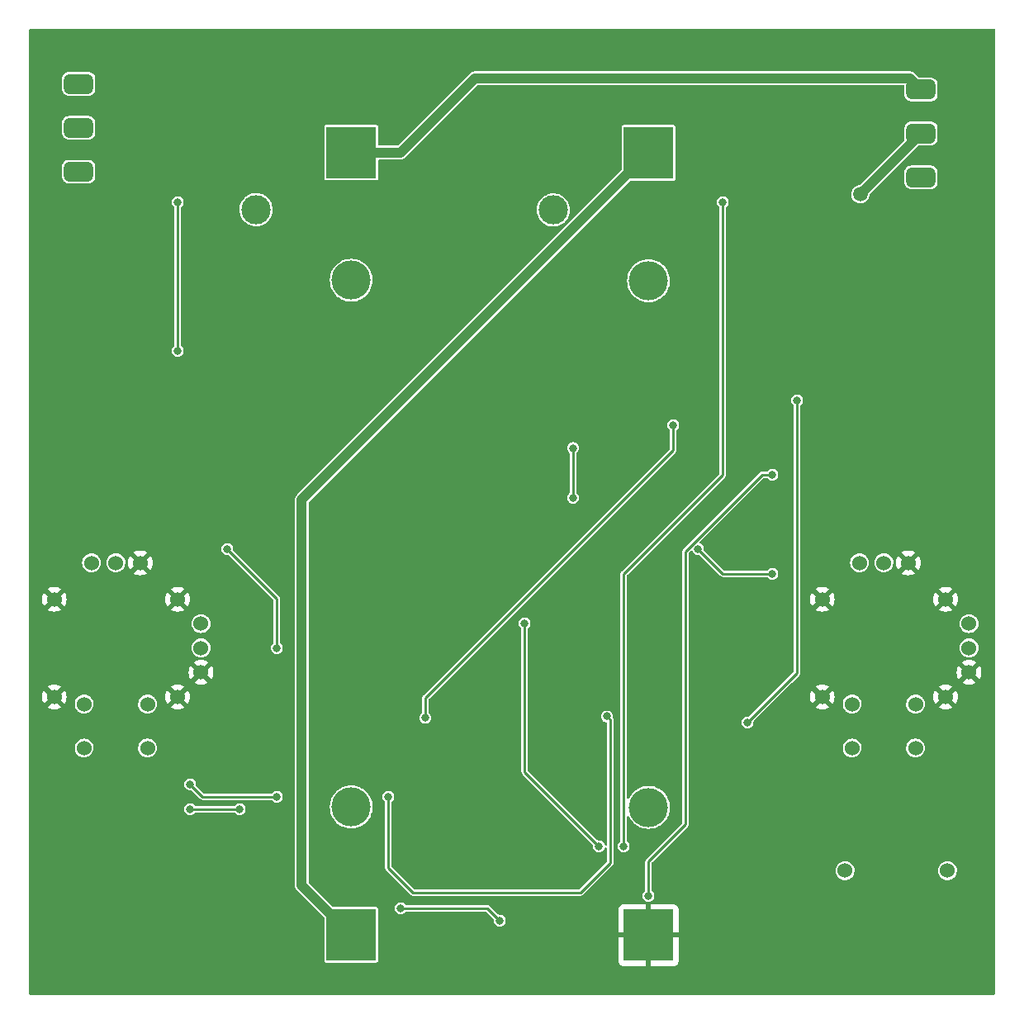
<source format=gbr>
%TF.GenerationSoftware,KiCad,Pcbnew,(6.0.2)*%
%TF.CreationDate,2022-03-25T20:37:14+00:00*%
%TF.ProjectId,controller,636f6e74-726f-46c6-9c65-722e6b696361,V1.2*%
%TF.SameCoordinates,Original*%
%TF.FileFunction,Copper,L2,Bot*%
%TF.FilePolarity,Positive*%
%FSLAX46Y46*%
G04 Gerber Fmt 4.6, Leading zero omitted, Abs format (unit mm)*
G04 Created by KiCad (PCBNEW (6.0.2)) date 2022-03-25 20:37:14*
%MOMM*%
%LPD*%
G01*
G04 APERTURE LIST*
G04 Aperture macros list*
%AMRoundRect*
0 Rectangle with rounded corners*
0 $1 Rounding radius*
0 $2 $3 $4 $5 $6 $7 $8 $9 X,Y pos of 4 corners*
0 Add a 4 corners polygon primitive as box body*
4,1,4,$2,$3,$4,$5,$6,$7,$8,$9,$2,$3,0*
0 Add four circle primitives for the rounded corners*
1,1,$1+$1,$2,$3*
1,1,$1+$1,$4,$5*
1,1,$1+$1,$6,$7*
1,1,$1+$1,$8,$9*
0 Add four rect primitives between the rounded corners*
20,1,$1+$1,$2,$3,$4,$5,0*
20,1,$1+$1,$4,$5,$6,$7,0*
20,1,$1+$1,$6,$7,$8,$9,0*
20,1,$1+$1,$8,$9,$2,$3,0*%
G04 Aperture macros list end*
%TA.AperFunction,SMDPad,CuDef*%
%ADD10R,5.120000X5.300000*%
%TD*%
%TA.AperFunction,WasherPad*%
%ADD11C,4.000000*%
%TD*%
%TA.AperFunction,WasherPad*%
%ADD12C,3.000000*%
%TD*%
%TA.AperFunction,ComponentPad*%
%ADD13RoundRect,0.500000X-1.000000X0.500000X-1.000000X-0.500000X1.000000X-0.500000X1.000000X0.500000X0*%
%TD*%
%TA.AperFunction,ComponentPad*%
%ADD14C,1.524000*%
%TD*%
%TA.AperFunction,ComponentPad*%
%ADD15RoundRect,0.500000X1.000000X-0.500000X1.000000X0.500000X-1.000000X0.500000X-1.000000X-0.500000X0*%
%TD*%
%TA.AperFunction,ViaPad*%
%ADD16C,0.800000*%
%TD*%
%TA.AperFunction,ViaPad*%
%ADD17C,1.500000*%
%TD*%
%TA.AperFunction,Conductor*%
%ADD18C,0.250000*%
%TD*%
%TA.AperFunction,Conductor*%
%ADD19C,1.000000*%
%TD*%
G04 APERTURE END LIST*
D10*
%TO.P,BT1,2*%
%TO.N,Net-(BT1-Pad2)*%
X139700000Y-143700000D03*
%TO.P,BT1,1*%
%TO.N,+BATT*%
X139700000Y-63500000D03*
D11*
%TO.P,BT1,*%
%TO.N,*%
X139700000Y-76600000D03*
X139700000Y-130600000D03*
D12*
X129950000Y-69350000D03*
%TD*%
D13*
%TO.P,PWR_SW1,1,A*%
%TO.N,+BATT*%
X198120000Y-57040000D03*
%TO.P,PWR_SW1,2,B*%
%TO.N,BAT_PWR*%
X198120000Y-61540000D03*
%TO.P,PWR_SW1,3,C*%
%TO.N,unconnected-(PWR_SW1-Pad3)*%
X198120000Y-66040000D03*
%TD*%
D14*
%TO.P,U1,EARTH*%
%TO.N,Earth*%
X109245000Y-119300000D03*
X109245000Y-109300000D03*
X121895000Y-109300000D03*
X121895000Y-119300000D03*
%TO.P,U1,SW1*%
%TO.N,unconnected-(U1-PadSW1)*%
X118820000Y-120050000D03*
X112320000Y-120050000D03*
%TO.P,U1,SW2*%
%TO.N,unconnected-(U1-PadSW2)*%
X118820000Y-124550000D03*
X112320000Y-124550000D03*
%TO.P,U1,X1*%
%TO.N,+3V3*%
X113070000Y-105570000D03*
%TO.P,U1,X2*%
%TO.N,Net-(C4-Pad2)*%
X115570000Y-105570000D03*
%TO.P,U1,X3*%
%TO.N,Earth*%
X118070000Y-105570000D03*
%TO.P,U1,Y1*%
%TO.N,+3V3*%
X124300000Y-111800000D03*
%TO.P,U1,Y2*%
%TO.N,Net-(C3-Pad2)*%
X124300000Y-114300000D03*
%TO.P,U1,Y3*%
%TO.N,Earth*%
X124300000Y-116800000D03*
%TD*%
%TO.P,BZ1,1,-*%
%TO.N,+5V*%
X200830000Y-137138466D03*
%TO.P,BZ1,2,+*%
%TO.N,Net-(BZ1-Pad2)*%
X190330000Y-137138466D03*
%TD*%
%TO.P,U2,EARTH*%
%TO.N,Earth*%
X200635000Y-119300000D03*
X200635000Y-109300000D03*
X187985000Y-119300000D03*
X187985000Y-109300000D03*
%TO.P,U2,SW1*%
%TO.N,unconnected-(U2-PadSW1)*%
X197560000Y-120050000D03*
X191060000Y-120050000D03*
%TO.P,U2,SW2*%
%TO.N,unconnected-(U2-PadSW2)*%
X197560000Y-124550000D03*
X191060000Y-124550000D03*
%TO.P,U2,X1*%
%TO.N,+3V3*%
X191810000Y-105570000D03*
%TO.P,U2,X2*%
%TO.N,Net-(C6-Pad2)*%
X194310000Y-105570000D03*
%TO.P,U2,X3*%
%TO.N,Earth*%
X196810000Y-105570000D03*
%TO.P,U2,Y1*%
%TO.N,+3V3*%
X203040000Y-111800000D03*
%TO.P,U2,Y2*%
%TO.N,Net-(C5-Pad2)*%
X203040000Y-114300000D03*
%TO.P,U2,Y3*%
%TO.N,Earth*%
X203040000Y-116800000D03*
%TD*%
D15*
%TO.P,SW1,1,A*%
%TO.N,+5V*%
X111760000Y-65460000D03*
%TO.P,SW1,2,B*%
%TO.N,Net-(R19-Pad1)*%
X111760000Y-60960000D03*
%TO.P,SW1,3,C*%
%TO.N,unconnected-(SW1-Pad3)*%
X111760000Y-56460000D03*
%TD*%
D11*
%TO.P,BT2,*%
%TO.N,*%
X170180000Y-76635000D03*
X170180000Y-130635000D03*
D12*
X160430000Y-69385000D03*
D10*
%TO.P,BT2,1*%
%TO.N,Net-(BT1-Pad2)*%
X170180000Y-63535000D03*
%TO.P,BT2,2*%
%TO.N,Earth*%
X170180000Y-143735000D03*
%TD*%
D16*
%TO.N,SW_1*%
X132080000Y-129540000D03*
%TO.N,+5V*%
X128270000Y-130810000D03*
%TO.N,LED_1*%
X154940000Y-142240000D03*
X144780000Y-140970000D03*
%TO.N,Earth*%
X109220000Y-147320000D03*
X163830000Y-80010000D03*
X109220000Y-53340000D03*
X203200000Y-147320000D03*
X203200000Y-53340000D03*
%TO.N,Btn_1*%
X182880000Y-96520000D03*
X170180000Y-139700000D03*
%TO.N,Btn_2*%
X185420000Y-88900000D03*
X180340000Y-121920000D03*
%TO.N,Btn_3*%
X147311432Y-121466444D03*
X172720000Y-91440000D03*
%TO.N,SW_1*%
X121920000Y-83820000D03*
X123190000Y-128270000D03*
X121920000Y-68580000D03*
%TO.N,NRF_CSN*%
X162440013Y-93798771D03*
X162438693Y-98904727D03*
%TO.N,+3V3*%
X182880000Y-106680000D03*
X175260000Y-104140000D03*
%TO.N,R_ROLL*%
X143510000Y-129540000D03*
X165901885Y-121312181D03*
%TO.N,L_ROLL*%
X132080000Y-114300000D03*
X127000000Y-104140000D03*
%TO.N,+5V*%
X123190000Y-130810000D03*
%TO.N,RESET*%
X167640000Y-134620000D03*
X177800000Y-68580000D03*
%TO.N,NRF_MOSI*%
X165100000Y-134620000D03*
X157480000Y-111760000D03*
D17*
%TO.N,BAT_PWR*%
X191900011Y-67759989D03*
%TD*%
D18*
%TO.N,+5V*%
X128270000Y-130810000D02*
X123190000Y-130810000D01*
%TO.N,LED_1*%
X153670000Y-140970000D02*
X154940000Y-142240000D01*
X144780000Y-140970000D02*
X153670000Y-140970000D01*
%TO.N,Btn_1*%
X173990000Y-132370220D02*
X173990000Y-104385386D01*
X170180000Y-139700000D02*
X170180000Y-136180220D01*
X173990000Y-104385386D02*
X181855386Y-96520000D01*
X181855386Y-96520000D02*
X182880000Y-96520000D01*
X170180000Y-136180220D02*
X173990000Y-132370220D01*
%TO.N,Btn_2*%
X185420000Y-91440000D02*
X185420000Y-88900000D01*
X180340000Y-121920000D02*
X185420000Y-116840000D01*
X185420000Y-116840000D02*
X185420000Y-91440000D01*
%TO.N,Btn_3*%
X172720000Y-93980000D02*
X172720000Y-91440000D01*
X147320000Y-121457876D02*
X147320000Y-119380000D01*
X147320000Y-119380000D02*
X172720000Y-93980000D01*
X147311432Y-121466444D02*
X147320000Y-121457876D01*
%TO.N,SW_1*%
X132080000Y-129540000D02*
X124460000Y-129540000D01*
X121920000Y-83820000D02*
X121920000Y-68580000D01*
X124460000Y-129540000D02*
X123190000Y-128270000D01*
%TO.N,NRF_CSN*%
X162440013Y-98903407D02*
X162440013Y-93798771D01*
X162438693Y-98904727D02*
X162440013Y-98903407D01*
%TO.N,+3V3*%
X182880000Y-106680000D02*
X177800000Y-106680000D01*
X177800000Y-106680000D02*
X175260000Y-104140000D01*
%TO.N,R_ROLL*%
X166249992Y-136357751D02*
X166249992Y-121660288D01*
X143510000Y-136861305D02*
X146011548Y-139362853D01*
X143510000Y-130102232D02*
X143510000Y-129540000D01*
X163244890Y-139362853D02*
X166249992Y-136357751D01*
X143510000Y-130102232D02*
X143510000Y-136861305D01*
X166249992Y-121660288D02*
X165901885Y-121312181D01*
X146011548Y-139362853D02*
X163244890Y-139362853D01*
%TO.N,L_ROLL*%
X132080000Y-114300000D02*
X132080000Y-109220000D01*
X132080000Y-109220000D02*
X127000000Y-104140000D01*
%TO.N,RESET*%
X177800000Y-96520000D02*
X177800000Y-68580000D01*
X167640000Y-134620000D02*
X167640000Y-106680000D01*
X167640000Y-106680000D02*
X177800000Y-96520000D01*
D19*
%TO.N,+BATT*%
X152400000Y-55880000D02*
X196960000Y-55880000D01*
X196960000Y-55880000D02*
X198120000Y-57040000D01*
X144780000Y-63500000D02*
X152400000Y-55880000D01*
X144780000Y-63500000D02*
X139700000Y-63500000D01*
D18*
%TO.N,NRF_MOSI*%
X157480000Y-111760000D02*
X157480000Y-127000000D01*
X157480000Y-127000000D02*
X165100000Y-134620000D01*
D19*
%TO.N,Net-(BT1-Pad2)*%
X134620000Y-138620000D02*
X139700000Y-143700000D01*
X134620000Y-99095000D02*
X134620000Y-138620000D01*
X170180000Y-63535000D02*
X134620000Y-99095000D01*
%TO.N,BAT_PWR*%
X198120000Y-61540000D02*
X191900011Y-67759989D01*
%TD*%
%TA.AperFunction,Conductor*%
%TO.N,Earth*%
G36*
X205672121Y-50830002D02*
G01*
X205718614Y-50883658D01*
X205730000Y-50936000D01*
X205730000Y-149724000D01*
X205709998Y-149792121D01*
X205656342Y-149838614D01*
X205604000Y-149850000D01*
X106816000Y-149850000D01*
X106747879Y-149829998D01*
X106701386Y-149776342D01*
X106690000Y-149724000D01*
X106690000Y-138656930D01*
X133915322Y-138656930D01*
X133916627Y-138664406D01*
X133916627Y-138664409D01*
X133926178Y-138719132D01*
X133927141Y-138725658D01*
X133934724Y-138788320D01*
X133937409Y-138795427D01*
X133938218Y-138798720D01*
X133942177Y-138813191D01*
X133943166Y-138816467D01*
X133944473Y-138823954D01*
X133947528Y-138830913D01*
X133947528Y-138830914D01*
X133969847Y-138881760D01*
X133972339Y-138887866D01*
X133994655Y-138946923D01*
X133998954Y-138953178D01*
X134000535Y-138956203D01*
X134007825Y-138969299D01*
X134009566Y-138972243D01*
X134012621Y-138979202D01*
X134017246Y-138985230D01*
X134017247Y-138985231D01*
X134051042Y-139029273D01*
X134054919Y-139034609D01*
X134086381Y-139080386D01*
X134086386Y-139080392D01*
X134090688Y-139086651D01*
X134096362Y-139091706D01*
X134136657Y-139127608D01*
X134141933Y-139132589D01*
X136902595Y-141893252D01*
X136936621Y-141955564D01*
X136939500Y-141982347D01*
X136939500Y-146369748D01*
X136951133Y-146428231D01*
X136995448Y-146494552D01*
X137061769Y-146538867D01*
X137073938Y-146541288D01*
X137073939Y-146541288D01*
X137114184Y-146549293D01*
X137120252Y-146550500D01*
X142279748Y-146550500D01*
X142285816Y-146549293D01*
X142326061Y-146541288D01*
X142326062Y-146541288D01*
X142338231Y-146538867D01*
X142404552Y-146494552D01*
X142447906Y-146429669D01*
X167112001Y-146429669D01*
X167112371Y-146436490D01*
X167117895Y-146487352D01*
X167121521Y-146502604D01*
X167166676Y-146623054D01*
X167175214Y-146638649D01*
X167251715Y-146740724D01*
X167264276Y-146753285D01*
X167366351Y-146829786D01*
X167381946Y-146838324D01*
X167502394Y-146883478D01*
X167517649Y-146887105D01*
X167568514Y-146892631D01*
X167575328Y-146893000D01*
X169907885Y-146893000D01*
X169923124Y-146888525D01*
X169924329Y-146887135D01*
X169926000Y-146879452D01*
X169926000Y-146874884D01*
X170434000Y-146874884D01*
X170438475Y-146890123D01*
X170439865Y-146891328D01*
X170447548Y-146892999D01*
X172784669Y-146892999D01*
X172791490Y-146892629D01*
X172842352Y-146887105D01*
X172857604Y-146883479D01*
X172978054Y-146838324D01*
X172993649Y-146829786D01*
X173095724Y-146753285D01*
X173108285Y-146740724D01*
X173184786Y-146638649D01*
X173193324Y-146623054D01*
X173238478Y-146502606D01*
X173242105Y-146487351D01*
X173247631Y-146436486D01*
X173248000Y-146429672D01*
X173248000Y-144007115D01*
X173243525Y-143991876D01*
X173242135Y-143990671D01*
X173234452Y-143989000D01*
X170452115Y-143989000D01*
X170436876Y-143993475D01*
X170435671Y-143994865D01*
X170434000Y-144002548D01*
X170434000Y-146874884D01*
X169926000Y-146874884D01*
X169926000Y-144007115D01*
X169921525Y-143991876D01*
X169920135Y-143990671D01*
X169912452Y-143989000D01*
X167130116Y-143989000D01*
X167114877Y-143993475D01*
X167113672Y-143994865D01*
X167112001Y-144002548D01*
X167112001Y-146429669D01*
X142447906Y-146429669D01*
X142448867Y-146428231D01*
X142460500Y-146369748D01*
X142460500Y-143462885D01*
X167112000Y-143462885D01*
X167116475Y-143478124D01*
X167117865Y-143479329D01*
X167125548Y-143481000D01*
X169907885Y-143481000D01*
X169923124Y-143476525D01*
X169924329Y-143475135D01*
X169926000Y-143467452D01*
X169926000Y-143462885D01*
X170434000Y-143462885D01*
X170438475Y-143478124D01*
X170439865Y-143479329D01*
X170447548Y-143481000D01*
X173229884Y-143481000D01*
X173245123Y-143476525D01*
X173246328Y-143475135D01*
X173247999Y-143467452D01*
X173247999Y-141040331D01*
X173247629Y-141033510D01*
X173242105Y-140982648D01*
X173238479Y-140967396D01*
X173193324Y-140846946D01*
X173184786Y-140831351D01*
X173108285Y-140729276D01*
X173095724Y-140716715D01*
X172993649Y-140640214D01*
X172978054Y-140631676D01*
X172857606Y-140586522D01*
X172842351Y-140582895D01*
X172791486Y-140577369D01*
X172784672Y-140577000D01*
X170452115Y-140577000D01*
X170436876Y-140581475D01*
X170435671Y-140582865D01*
X170434000Y-140590548D01*
X170434000Y-143462885D01*
X169926000Y-143462885D01*
X169926000Y-140595116D01*
X169921525Y-140579877D01*
X169920135Y-140578672D01*
X169912452Y-140577001D01*
X167575331Y-140577001D01*
X167568510Y-140577371D01*
X167517648Y-140582895D01*
X167502396Y-140586521D01*
X167381946Y-140631676D01*
X167366351Y-140640214D01*
X167264276Y-140716715D01*
X167251715Y-140729276D01*
X167175214Y-140831351D01*
X167166676Y-140846946D01*
X167121522Y-140967394D01*
X167117895Y-140982649D01*
X167112369Y-141033514D01*
X167112000Y-141040328D01*
X167112000Y-143462885D01*
X142460500Y-143462885D01*
X142460500Y-141030252D01*
X142448867Y-140971769D01*
X142447685Y-140970000D01*
X144174318Y-140970000D01*
X144194956Y-141126762D01*
X144255464Y-141272841D01*
X144351718Y-141398282D01*
X144477159Y-141494536D01*
X144623238Y-141555044D01*
X144780000Y-141575682D01*
X144788188Y-141574604D01*
X144928574Y-141556122D01*
X144936762Y-141555044D01*
X145082841Y-141494536D01*
X145208282Y-141398282D01*
X145249323Y-141344796D01*
X145306661Y-141302929D01*
X145349286Y-141295500D01*
X153482983Y-141295500D01*
X153551104Y-141315502D01*
X153572079Y-141332405D01*
X154307292Y-142067619D01*
X154341317Y-142129931D01*
X154343118Y-142173158D01*
X154334318Y-142240000D01*
X154354956Y-142396762D01*
X154415464Y-142542841D01*
X154511718Y-142668282D01*
X154637159Y-142764536D01*
X154783238Y-142825044D01*
X154940000Y-142845682D01*
X154948188Y-142844604D01*
X155088574Y-142826122D01*
X155096762Y-142825044D01*
X155242841Y-142764536D01*
X155368282Y-142668282D01*
X155464536Y-142542841D01*
X155525044Y-142396762D01*
X155545682Y-142240000D01*
X155525044Y-142083238D01*
X155464536Y-141937159D01*
X155368282Y-141811718D01*
X155242841Y-141715464D01*
X155096762Y-141654956D01*
X154940000Y-141634318D01*
X154873159Y-141643118D01*
X154803012Y-141632179D01*
X154767619Y-141607292D01*
X153914105Y-140753779D01*
X153906678Y-140745674D01*
X153882455Y-140716806D01*
X153872906Y-140711293D01*
X153849815Y-140697961D01*
X153840544Y-140692055D01*
X153818715Y-140676770D01*
X153809684Y-140670446D01*
X153799034Y-140667592D01*
X153795866Y-140666115D01*
X153792590Y-140664923D01*
X153783045Y-140659412D01*
X153749301Y-140653462D01*
X153745942Y-140652870D01*
X153735215Y-140650492D01*
X153698807Y-140640736D01*
X153687822Y-140641697D01*
X153687820Y-140641697D01*
X153661272Y-140644020D01*
X153650290Y-140644500D01*
X145349286Y-140644500D01*
X145281165Y-140624498D01*
X145249323Y-140595204D01*
X145249256Y-140595116D01*
X145208282Y-140541718D01*
X145082841Y-140445464D01*
X144936762Y-140384956D01*
X144780000Y-140364318D01*
X144623238Y-140384956D01*
X144477159Y-140445464D01*
X144351718Y-140541718D01*
X144255464Y-140667159D01*
X144194956Y-140813238D01*
X144174318Y-140970000D01*
X142447685Y-140970000D01*
X142404552Y-140905448D01*
X142338231Y-140861133D01*
X142326062Y-140858712D01*
X142326061Y-140858712D01*
X142285816Y-140850707D01*
X142279748Y-140849500D01*
X137892346Y-140849500D01*
X137824225Y-140829498D01*
X137803251Y-140812595D01*
X136690656Y-139700000D01*
X169574318Y-139700000D01*
X169594956Y-139856762D01*
X169655464Y-140002841D01*
X169751718Y-140128282D01*
X169877159Y-140224536D01*
X170023238Y-140285044D01*
X170180000Y-140305682D01*
X170188188Y-140304604D01*
X170328574Y-140286122D01*
X170336762Y-140285044D01*
X170482841Y-140224536D01*
X170608282Y-140128282D01*
X170704536Y-140002841D01*
X170765044Y-139856762D01*
X170785682Y-139700000D01*
X170765044Y-139543238D01*
X170704536Y-139397159D01*
X170608282Y-139271718D01*
X170554796Y-139230677D01*
X170512929Y-139173339D01*
X170505500Y-139130714D01*
X170505500Y-137124962D01*
X189362937Y-137124962D01*
X189378732Y-137313056D01*
X189430760Y-137494500D01*
X189517040Y-137662383D01*
X189520865Y-137667209D01*
X189520867Y-137667212D01*
X189630456Y-137805480D01*
X189630460Y-137805485D01*
X189634285Y-137810310D01*
X189778030Y-137932646D01*
X189783408Y-137935652D01*
X189783410Y-137935653D01*
X189860415Y-137978689D01*
X189942800Y-138024733D01*
X190122317Y-138083061D01*
X190309745Y-138105411D01*
X190315880Y-138104939D01*
X190315882Y-138104939D01*
X190491803Y-138091403D01*
X190491807Y-138091402D01*
X190497945Y-138090930D01*
X190503877Y-138089274D01*
X190503881Y-138089273D01*
X190673804Y-138041829D01*
X190673808Y-138041828D01*
X190679748Y-138040169D01*
X190759297Y-137999986D01*
X190842728Y-137957843D01*
X190842730Y-137957842D01*
X190848229Y-137955064D01*
X190996970Y-137838854D01*
X191000996Y-137834190D01*
X191000999Y-137834187D01*
X191116278Y-137700635D01*
X191116279Y-137700633D01*
X191120307Y-137695967D01*
X191213542Y-137531844D01*
X191273123Y-137352738D01*
X191296780Y-137165471D01*
X191297157Y-137138466D01*
X191295833Y-137124962D01*
X199862937Y-137124962D01*
X199878732Y-137313056D01*
X199930760Y-137494500D01*
X200017040Y-137662383D01*
X200020865Y-137667209D01*
X200020867Y-137667212D01*
X200130456Y-137805480D01*
X200130460Y-137805485D01*
X200134285Y-137810310D01*
X200278030Y-137932646D01*
X200283408Y-137935652D01*
X200283410Y-137935653D01*
X200360415Y-137978689D01*
X200442800Y-138024733D01*
X200622317Y-138083061D01*
X200809745Y-138105411D01*
X200815880Y-138104939D01*
X200815882Y-138104939D01*
X200991803Y-138091403D01*
X200991807Y-138091402D01*
X200997945Y-138090930D01*
X201003877Y-138089274D01*
X201003881Y-138089273D01*
X201173804Y-138041829D01*
X201173808Y-138041828D01*
X201179748Y-138040169D01*
X201259297Y-137999986D01*
X201342728Y-137957843D01*
X201342730Y-137957842D01*
X201348229Y-137955064D01*
X201496970Y-137838854D01*
X201500996Y-137834190D01*
X201500999Y-137834187D01*
X201616278Y-137700635D01*
X201616279Y-137700633D01*
X201620307Y-137695967D01*
X201713542Y-137531844D01*
X201773123Y-137352738D01*
X201796780Y-137165471D01*
X201797157Y-137138466D01*
X201778738Y-136950611D01*
X201724181Y-136769911D01*
X201635566Y-136603249D01*
X201631257Y-136597965D01*
X201520161Y-136461750D01*
X201516266Y-136456974D01*
X201510475Y-136452183D01*
X201375577Y-136340586D01*
X201375574Y-136340584D01*
X201370827Y-136336657D01*
X201204788Y-136246880D01*
X201024474Y-136191063D01*
X201018356Y-136190420D01*
X201018351Y-136190419D01*
X200842881Y-136171977D01*
X200842879Y-136171977D01*
X200836752Y-136171333D01*
X200721125Y-136181856D01*
X200654914Y-136187881D01*
X200654913Y-136187881D01*
X200648773Y-136188440D01*
X200467697Y-136241734D01*
X200462232Y-136244591D01*
X200327464Y-136315046D01*
X200300420Y-136329184D01*
X200153316Y-136447459D01*
X200031986Y-136592054D01*
X199941052Y-136757462D01*
X199883978Y-136937383D01*
X199883292Y-136943502D01*
X199883291Y-136943505D01*
X199863624Y-137118837D01*
X199862937Y-137124962D01*
X191295833Y-137124962D01*
X191278738Y-136950611D01*
X191224181Y-136769911D01*
X191135566Y-136603249D01*
X191131257Y-136597965D01*
X191020161Y-136461750D01*
X191016266Y-136456974D01*
X191010475Y-136452183D01*
X190875577Y-136340586D01*
X190875574Y-136340584D01*
X190870827Y-136336657D01*
X190704788Y-136246880D01*
X190524474Y-136191063D01*
X190518356Y-136190420D01*
X190518351Y-136190419D01*
X190342881Y-136171977D01*
X190342879Y-136171977D01*
X190336752Y-136171333D01*
X190221125Y-136181856D01*
X190154914Y-136187881D01*
X190154913Y-136187881D01*
X190148773Y-136188440D01*
X189967697Y-136241734D01*
X189962232Y-136244591D01*
X189827464Y-136315046D01*
X189800420Y-136329184D01*
X189653316Y-136447459D01*
X189531986Y-136592054D01*
X189441052Y-136757462D01*
X189383978Y-136937383D01*
X189383292Y-136943502D01*
X189383291Y-136943505D01*
X189363624Y-137118837D01*
X189362937Y-137124962D01*
X170505500Y-137124962D01*
X170505500Y-136367236D01*
X170525502Y-136299115D01*
X170542405Y-136278141D01*
X174206215Y-132614331D01*
X174214319Y-132606904D01*
X174234749Y-132589761D01*
X174243194Y-132582675D01*
X174248707Y-132573126D01*
X174262039Y-132550035D01*
X174267945Y-132540764D01*
X174283230Y-132518935D01*
X174289554Y-132509904D01*
X174292408Y-132499254D01*
X174293885Y-132496086D01*
X174295077Y-132492810D01*
X174300588Y-132483265D01*
X174307130Y-132446162D01*
X174309509Y-132435430D01*
X174319264Y-132399027D01*
X174318196Y-132386813D01*
X174315979Y-132361477D01*
X174315500Y-132350496D01*
X174315500Y-124536496D01*
X190092937Y-124536496D01*
X190108732Y-124724590D01*
X190160760Y-124906034D01*
X190247040Y-125073917D01*
X190250865Y-125078743D01*
X190250867Y-125078746D01*
X190360456Y-125217014D01*
X190360460Y-125217019D01*
X190364285Y-125221844D01*
X190508030Y-125344180D01*
X190513408Y-125347186D01*
X190513410Y-125347187D01*
X190590415Y-125390224D01*
X190672800Y-125436267D01*
X190852317Y-125494595D01*
X191039745Y-125516945D01*
X191045880Y-125516473D01*
X191045882Y-125516473D01*
X191221803Y-125502937D01*
X191221807Y-125502936D01*
X191227945Y-125502464D01*
X191233877Y-125500808D01*
X191233881Y-125500807D01*
X191403804Y-125453363D01*
X191403808Y-125453362D01*
X191409748Y-125451703D01*
X191489297Y-125411520D01*
X191572728Y-125369377D01*
X191572730Y-125369376D01*
X191578229Y-125366598D01*
X191726970Y-125250388D01*
X191730996Y-125245724D01*
X191730999Y-125245721D01*
X191846278Y-125112169D01*
X191846279Y-125112167D01*
X191850307Y-125107501D01*
X191943542Y-124943378D01*
X192003123Y-124764272D01*
X192026780Y-124577005D01*
X192027157Y-124550000D01*
X192025833Y-124536496D01*
X196592937Y-124536496D01*
X196608732Y-124724590D01*
X196660760Y-124906034D01*
X196747040Y-125073917D01*
X196750865Y-125078743D01*
X196750867Y-125078746D01*
X196860456Y-125217014D01*
X196860460Y-125217019D01*
X196864285Y-125221844D01*
X197008030Y-125344180D01*
X197013408Y-125347186D01*
X197013410Y-125347187D01*
X197090415Y-125390224D01*
X197172800Y-125436267D01*
X197352317Y-125494595D01*
X197539745Y-125516945D01*
X197545880Y-125516473D01*
X197545882Y-125516473D01*
X197721803Y-125502937D01*
X197721807Y-125502936D01*
X197727945Y-125502464D01*
X197733877Y-125500808D01*
X197733881Y-125500807D01*
X197903804Y-125453363D01*
X197903808Y-125453362D01*
X197909748Y-125451703D01*
X197989297Y-125411520D01*
X198072728Y-125369377D01*
X198072730Y-125369376D01*
X198078229Y-125366598D01*
X198226970Y-125250388D01*
X198230996Y-125245724D01*
X198230999Y-125245721D01*
X198346278Y-125112169D01*
X198346279Y-125112167D01*
X198350307Y-125107501D01*
X198443542Y-124943378D01*
X198503123Y-124764272D01*
X198526780Y-124577005D01*
X198527157Y-124550000D01*
X198508738Y-124362145D01*
X198454181Y-124181445D01*
X198365566Y-124014783D01*
X198246266Y-123868508D01*
X198240475Y-123863717D01*
X198105577Y-123752120D01*
X198105574Y-123752118D01*
X198100827Y-123748191D01*
X197934788Y-123658414D01*
X197754474Y-123602597D01*
X197748356Y-123601954D01*
X197748351Y-123601953D01*
X197572881Y-123583511D01*
X197572879Y-123583511D01*
X197566752Y-123582867D01*
X197451126Y-123593390D01*
X197384914Y-123599415D01*
X197384913Y-123599415D01*
X197378773Y-123599974D01*
X197197697Y-123653268D01*
X197030420Y-123740718D01*
X196883316Y-123858993D01*
X196761986Y-124003588D01*
X196671052Y-124168996D01*
X196613978Y-124348917D01*
X196592937Y-124536496D01*
X192025833Y-124536496D01*
X192008738Y-124362145D01*
X191954181Y-124181445D01*
X191865566Y-124014783D01*
X191746266Y-123868508D01*
X191740475Y-123863717D01*
X191605577Y-123752120D01*
X191605574Y-123752118D01*
X191600827Y-123748191D01*
X191434788Y-123658414D01*
X191254474Y-123602597D01*
X191248356Y-123601954D01*
X191248351Y-123601953D01*
X191072881Y-123583511D01*
X191072879Y-123583511D01*
X191066752Y-123582867D01*
X190951126Y-123593390D01*
X190884914Y-123599415D01*
X190884913Y-123599415D01*
X190878773Y-123599974D01*
X190697697Y-123653268D01*
X190530420Y-123740718D01*
X190383316Y-123858993D01*
X190261986Y-124003588D01*
X190171052Y-124168996D01*
X190113978Y-124348917D01*
X190092937Y-124536496D01*
X174315500Y-124536496D01*
X174315500Y-121920000D01*
X179734318Y-121920000D01*
X179754956Y-122076762D01*
X179815464Y-122222841D01*
X179911718Y-122348282D01*
X180037159Y-122444536D01*
X180183238Y-122505044D01*
X180340000Y-122525682D01*
X180348188Y-122524604D01*
X180488574Y-122506122D01*
X180496762Y-122505044D01*
X180642841Y-122444536D01*
X180768282Y-122348282D01*
X180864536Y-122222841D01*
X180925044Y-122076762D01*
X180945682Y-121920000D01*
X180936882Y-121853157D01*
X180947821Y-121783010D01*
X180972709Y-121747617D01*
X182361549Y-120358777D01*
X187290777Y-120358777D01*
X187300074Y-120370793D01*
X187343069Y-120400898D01*
X187352555Y-120406376D01*
X187543993Y-120495645D01*
X187554285Y-120499391D01*
X187758309Y-120554059D01*
X187769104Y-120555962D01*
X187979525Y-120574372D01*
X187990475Y-120574372D01*
X188200896Y-120555962D01*
X188211691Y-120554059D01*
X188415715Y-120499391D01*
X188426007Y-120495645D01*
X188617445Y-120406376D01*
X188626931Y-120400898D01*
X188670764Y-120370207D01*
X188679139Y-120359729D01*
X188672071Y-120346281D01*
X188362286Y-120036496D01*
X190092937Y-120036496D01*
X190108732Y-120224590D01*
X190160760Y-120406034D01*
X190247040Y-120573917D01*
X190250865Y-120578743D01*
X190250867Y-120578746D01*
X190360456Y-120717014D01*
X190360460Y-120717019D01*
X190364285Y-120721844D01*
X190508030Y-120844180D01*
X190513408Y-120847186D01*
X190513410Y-120847187D01*
X190570111Y-120878876D01*
X190672800Y-120936267D01*
X190852317Y-120994595D01*
X191039745Y-121016945D01*
X191045880Y-121016473D01*
X191045882Y-121016473D01*
X191221803Y-121002937D01*
X191221807Y-121002936D01*
X191227945Y-121002464D01*
X191233877Y-121000808D01*
X191233881Y-121000807D01*
X191403804Y-120953363D01*
X191403808Y-120953362D01*
X191409748Y-120951703D01*
X191489297Y-120911520D01*
X191572728Y-120869377D01*
X191572730Y-120869376D01*
X191578229Y-120866598D01*
X191726970Y-120750388D01*
X191730996Y-120745724D01*
X191730999Y-120745721D01*
X191846278Y-120612169D01*
X191846279Y-120612167D01*
X191850307Y-120607501D01*
X191943542Y-120443378D01*
X192003123Y-120264272D01*
X192026780Y-120077005D01*
X192027157Y-120050000D01*
X192025833Y-120036496D01*
X196592937Y-120036496D01*
X196608732Y-120224590D01*
X196660760Y-120406034D01*
X196747040Y-120573917D01*
X196750865Y-120578743D01*
X196750867Y-120578746D01*
X196860456Y-120717014D01*
X196860460Y-120717019D01*
X196864285Y-120721844D01*
X197008030Y-120844180D01*
X197013408Y-120847186D01*
X197013410Y-120847187D01*
X197070111Y-120878876D01*
X197172800Y-120936267D01*
X197352317Y-120994595D01*
X197539745Y-121016945D01*
X197545880Y-121016473D01*
X197545882Y-121016473D01*
X197721803Y-121002937D01*
X197721807Y-121002936D01*
X197727945Y-121002464D01*
X197733877Y-121000808D01*
X197733881Y-121000807D01*
X197903804Y-120953363D01*
X197903808Y-120953362D01*
X197909748Y-120951703D01*
X197989297Y-120911520D01*
X198072728Y-120869377D01*
X198072730Y-120869376D01*
X198078229Y-120866598D01*
X198226970Y-120750388D01*
X198230996Y-120745724D01*
X198230999Y-120745721D01*
X198346278Y-120612169D01*
X198346279Y-120612167D01*
X198350307Y-120607501D01*
X198443542Y-120443378D01*
X198471685Y-120358777D01*
X199940777Y-120358777D01*
X199950074Y-120370793D01*
X199993069Y-120400898D01*
X200002555Y-120406376D01*
X200193993Y-120495645D01*
X200204285Y-120499391D01*
X200408309Y-120554059D01*
X200419104Y-120555962D01*
X200629525Y-120574372D01*
X200640475Y-120574372D01*
X200850896Y-120555962D01*
X200861691Y-120554059D01*
X201065715Y-120499391D01*
X201076007Y-120495645D01*
X201267445Y-120406376D01*
X201276931Y-120400898D01*
X201320764Y-120370207D01*
X201329139Y-120359729D01*
X201322071Y-120346281D01*
X200647812Y-119672022D01*
X200633868Y-119664408D01*
X200632035Y-119664539D01*
X200625420Y-119668790D01*
X199947207Y-120347003D01*
X199940777Y-120358777D01*
X198471685Y-120358777D01*
X198503123Y-120264272D01*
X198526780Y-120077005D01*
X198527157Y-120050000D01*
X198508738Y-119862145D01*
X198454181Y-119681445D01*
X198365566Y-119514783D01*
X198246266Y-119368508D01*
X198238617Y-119362180D01*
X198170072Y-119305475D01*
X199360628Y-119305475D01*
X199379038Y-119515896D01*
X199380941Y-119526691D01*
X199435609Y-119730715D01*
X199439355Y-119741007D01*
X199528623Y-119932441D01*
X199534103Y-119941932D01*
X199564794Y-119985765D01*
X199575271Y-119994140D01*
X199588718Y-119987072D01*
X200262978Y-119312812D01*
X200269356Y-119301132D01*
X200999408Y-119301132D01*
X200999539Y-119302965D01*
X201003790Y-119309580D01*
X201682003Y-119987793D01*
X201693777Y-119994223D01*
X201705793Y-119984926D01*
X201735897Y-119941932D01*
X201741377Y-119932441D01*
X201830645Y-119741007D01*
X201834391Y-119730715D01*
X201889059Y-119526691D01*
X201890962Y-119515896D01*
X201909372Y-119305475D01*
X201909372Y-119294525D01*
X201890962Y-119084104D01*
X201889059Y-119073309D01*
X201834391Y-118869285D01*
X201830645Y-118858993D01*
X201741377Y-118667559D01*
X201735897Y-118658068D01*
X201705206Y-118614235D01*
X201694729Y-118605860D01*
X201681282Y-118612928D01*
X201007022Y-119287188D01*
X200999408Y-119301132D01*
X200269356Y-119301132D01*
X200270592Y-119298868D01*
X200270461Y-119297035D01*
X200266210Y-119290420D01*
X199587997Y-118612207D01*
X199576223Y-118605777D01*
X199564207Y-118615074D01*
X199534103Y-118658068D01*
X199528623Y-118667559D01*
X199439355Y-118858993D01*
X199435609Y-118869285D01*
X199380941Y-119073309D01*
X199379038Y-119084104D01*
X199360628Y-119294525D01*
X199360628Y-119305475D01*
X198170072Y-119305475D01*
X198105577Y-119252120D01*
X198105574Y-119252118D01*
X198100827Y-119248191D01*
X197934788Y-119158414D01*
X197754474Y-119102597D01*
X197748356Y-119101954D01*
X197748351Y-119101953D01*
X197572881Y-119083511D01*
X197572879Y-119083511D01*
X197566752Y-119082867D01*
X197451125Y-119093390D01*
X197384914Y-119099415D01*
X197384913Y-119099415D01*
X197378773Y-119099974D01*
X197197697Y-119153268D01*
X197192232Y-119156125D01*
X197170388Y-119167545D01*
X197030420Y-119240718D01*
X196883316Y-119358993D01*
X196761986Y-119503588D01*
X196759016Y-119508991D01*
X196759015Y-119508992D01*
X196752840Y-119520224D01*
X196671052Y-119668996D01*
X196613978Y-119848917D01*
X196613292Y-119855036D01*
X196613291Y-119855039D01*
X196598481Y-119987072D01*
X196592937Y-120036496D01*
X192025833Y-120036496D01*
X192008738Y-119862145D01*
X191954181Y-119681445D01*
X191865566Y-119514783D01*
X191746266Y-119368508D01*
X191738617Y-119362180D01*
X191605577Y-119252120D01*
X191605574Y-119252118D01*
X191600827Y-119248191D01*
X191434788Y-119158414D01*
X191254474Y-119102597D01*
X191248356Y-119101954D01*
X191248351Y-119101953D01*
X191072881Y-119083511D01*
X191072879Y-119083511D01*
X191066752Y-119082867D01*
X190951125Y-119093390D01*
X190884914Y-119099415D01*
X190884913Y-119099415D01*
X190878773Y-119099974D01*
X190697697Y-119153268D01*
X190692232Y-119156125D01*
X190670388Y-119167545D01*
X190530420Y-119240718D01*
X190383316Y-119358993D01*
X190261986Y-119503588D01*
X190259016Y-119508991D01*
X190259015Y-119508992D01*
X190252840Y-119520224D01*
X190171052Y-119668996D01*
X190113978Y-119848917D01*
X190113292Y-119855036D01*
X190113291Y-119855039D01*
X190098481Y-119987072D01*
X190092937Y-120036496D01*
X188362286Y-120036496D01*
X187997812Y-119672022D01*
X187983868Y-119664408D01*
X187982035Y-119664539D01*
X187975420Y-119668790D01*
X187297207Y-120347003D01*
X187290777Y-120358777D01*
X182361549Y-120358777D01*
X183414851Y-119305475D01*
X186710628Y-119305475D01*
X186729038Y-119515896D01*
X186730941Y-119526691D01*
X186785609Y-119730715D01*
X186789355Y-119741007D01*
X186878623Y-119932441D01*
X186884103Y-119941932D01*
X186914794Y-119985765D01*
X186925271Y-119994140D01*
X186938718Y-119987072D01*
X187612978Y-119312812D01*
X187619356Y-119301132D01*
X188349408Y-119301132D01*
X188349539Y-119302965D01*
X188353790Y-119309580D01*
X189032003Y-119987793D01*
X189043777Y-119994223D01*
X189055793Y-119984926D01*
X189085897Y-119941932D01*
X189091377Y-119932441D01*
X189180645Y-119741007D01*
X189184391Y-119730715D01*
X189239059Y-119526691D01*
X189240962Y-119515896D01*
X189259372Y-119305475D01*
X189259372Y-119294525D01*
X189240962Y-119084104D01*
X189239059Y-119073309D01*
X189184391Y-118869285D01*
X189180645Y-118858993D01*
X189091377Y-118667559D01*
X189085897Y-118658068D01*
X189055206Y-118614235D01*
X189044729Y-118605860D01*
X189031282Y-118612928D01*
X188357022Y-119287188D01*
X188349408Y-119301132D01*
X187619356Y-119301132D01*
X187620592Y-119298868D01*
X187620461Y-119297035D01*
X187616210Y-119290420D01*
X186937997Y-118612207D01*
X186926223Y-118605777D01*
X186914207Y-118615074D01*
X186884103Y-118658068D01*
X186878623Y-118667559D01*
X186789355Y-118858993D01*
X186785609Y-118869285D01*
X186730941Y-119073309D01*
X186729038Y-119084104D01*
X186710628Y-119294525D01*
X186710628Y-119305475D01*
X183414851Y-119305475D01*
X184480055Y-118240271D01*
X187290860Y-118240271D01*
X187297928Y-118253718D01*
X187972188Y-118927978D01*
X187986132Y-118935592D01*
X187987965Y-118935461D01*
X187994580Y-118931210D01*
X188672793Y-118252997D01*
X188679223Y-118241223D01*
X188678486Y-118240271D01*
X199940860Y-118240271D01*
X199947928Y-118253718D01*
X200622188Y-118927978D01*
X200636132Y-118935592D01*
X200637965Y-118935461D01*
X200644580Y-118931210D01*
X201322793Y-118252997D01*
X201329223Y-118241223D01*
X201319926Y-118229207D01*
X201276931Y-118199102D01*
X201267445Y-118193624D01*
X201076007Y-118104355D01*
X201065715Y-118100609D01*
X200861691Y-118045941D01*
X200850896Y-118044038D01*
X200640475Y-118025628D01*
X200629525Y-118025628D01*
X200419104Y-118044038D01*
X200408309Y-118045941D01*
X200204285Y-118100609D01*
X200193993Y-118104355D01*
X200002559Y-118193623D01*
X199993068Y-118199103D01*
X199949235Y-118229794D01*
X199940860Y-118240271D01*
X188678486Y-118240271D01*
X188669926Y-118229207D01*
X188626931Y-118199102D01*
X188617445Y-118193624D01*
X188426007Y-118104355D01*
X188415715Y-118100609D01*
X188211691Y-118045941D01*
X188200896Y-118044038D01*
X187990475Y-118025628D01*
X187979525Y-118025628D01*
X187769104Y-118044038D01*
X187758309Y-118045941D01*
X187554285Y-118100609D01*
X187543993Y-118104355D01*
X187352559Y-118193623D01*
X187343068Y-118199103D01*
X187299235Y-118229794D01*
X187290860Y-118240271D01*
X184480055Y-118240271D01*
X184861549Y-117858777D01*
X202345777Y-117858777D01*
X202355074Y-117870793D01*
X202398069Y-117900898D01*
X202407555Y-117906376D01*
X202598993Y-117995645D01*
X202609285Y-117999391D01*
X202813309Y-118054059D01*
X202824104Y-118055962D01*
X203034525Y-118074372D01*
X203045475Y-118074372D01*
X203255896Y-118055962D01*
X203266691Y-118054059D01*
X203470715Y-117999391D01*
X203481007Y-117995645D01*
X203672445Y-117906376D01*
X203681931Y-117900898D01*
X203725764Y-117870207D01*
X203734139Y-117859729D01*
X203727071Y-117846281D01*
X203052812Y-117172022D01*
X203038868Y-117164408D01*
X203037035Y-117164539D01*
X203030420Y-117168790D01*
X202352207Y-117847003D01*
X202345777Y-117858777D01*
X184861549Y-117858777D01*
X185636215Y-117084111D01*
X185644319Y-117076684D01*
X185664749Y-117059541D01*
X185673194Y-117052455D01*
X185688069Y-117026691D01*
X185692039Y-117019815D01*
X185697945Y-117010544D01*
X185713230Y-116988715D01*
X185719554Y-116979684D01*
X185722408Y-116969034D01*
X185723885Y-116965866D01*
X185725077Y-116962590D01*
X185730588Y-116953045D01*
X185737130Y-116915942D01*
X185739509Y-116905210D01*
X185746410Y-116879456D01*
X185749264Y-116868807D01*
X185745980Y-116831272D01*
X185745500Y-116820290D01*
X185745500Y-116805475D01*
X201765628Y-116805475D01*
X201784038Y-117015896D01*
X201785941Y-117026691D01*
X201840609Y-117230715D01*
X201844355Y-117241007D01*
X201933623Y-117432441D01*
X201939103Y-117441932D01*
X201969794Y-117485765D01*
X201980271Y-117494140D01*
X201993718Y-117487072D01*
X202667978Y-116812812D01*
X202674356Y-116801132D01*
X203404408Y-116801132D01*
X203404539Y-116802965D01*
X203408790Y-116809580D01*
X204087003Y-117487793D01*
X204098777Y-117494223D01*
X204110793Y-117484926D01*
X204140897Y-117441932D01*
X204146377Y-117432441D01*
X204235645Y-117241007D01*
X204239391Y-117230715D01*
X204294059Y-117026691D01*
X204295962Y-117015896D01*
X204314372Y-116805475D01*
X204314372Y-116794525D01*
X204295962Y-116584104D01*
X204294059Y-116573309D01*
X204239391Y-116369285D01*
X204235645Y-116358993D01*
X204146377Y-116167559D01*
X204140897Y-116158068D01*
X204110206Y-116114235D01*
X204099729Y-116105860D01*
X204086282Y-116112928D01*
X203412022Y-116787188D01*
X203404408Y-116801132D01*
X202674356Y-116801132D01*
X202675592Y-116798868D01*
X202675461Y-116797035D01*
X202671210Y-116790420D01*
X201992997Y-116112207D01*
X201981223Y-116105777D01*
X201969207Y-116115074D01*
X201939103Y-116158068D01*
X201933623Y-116167559D01*
X201844355Y-116358993D01*
X201840609Y-116369285D01*
X201785941Y-116573309D01*
X201784038Y-116584104D01*
X201765628Y-116794525D01*
X201765628Y-116805475D01*
X185745500Y-116805475D01*
X185745500Y-115740271D01*
X202345860Y-115740271D01*
X202352928Y-115753718D01*
X203027188Y-116427978D01*
X203041132Y-116435592D01*
X203042965Y-116435461D01*
X203049580Y-116431210D01*
X203727793Y-115752997D01*
X203734223Y-115741223D01*
X203724926Y-115729207D01*
X203681931Y-115699102D01*
X203672445Y-115693624D01*
X203481007Y-115604355D01*
X203470715Y-115600609D01*
X203266691Y-115545941D01*
X203255896Y-115544038D01*
X203045475Y-115525628D01*
X203034525Y-115525628D01*
X202824104Y-115544038D01*
X202813309Y-115545941D01*
X202609285Y-115600609D01*
X202598993Y-115604355D01*
X202407559Y-115693623D01*
X202398068Y-115699103D01*
X202354235Y-115729794D01*
X202345860Y-115740271D01*
X185745500Y-115740271D01*
X185745500Y-114286496D01*
X202072937Y-114286496D01*
X202073453Y-114292639D01*
X202087876Y-114464391D01*
X202088732Y-114474590D01*
X202090431Y-114480515D01*
X202127386Y-114609392D01*
X202140760Y-114656034D01*
X202227040Y-114823917D01*
X202230865Y-114828743D01*
X202230867Y-114828746D01*
X202340456Y-114967014D01*
X202340460Y-114967019D01*
X202344285Y-114971844D01*
X202488030Y-115094180D01*
X202493408Y-115097186D01*
X202493410Y-115097187D01*
X202570415Y-115140223D01*
X202652800Y-115186267D01*
X202832317Y-115244595D01*
X203019745Y-115266945D01*
X203025880Y-115266473D01*
X203025882Y-115266473D01*
X203201803Y-115252937D01*
X203201807Y-115252936D01*
X203207945Y-115252464D01*
X203213877Y-115250808D01*
X203213881Y-115250807D01*
X203383804Y-115203363D01*
X203383808Y-115203362D01*
X203389748Y-115201703D01*
X203469297Y-115161520D01*
X203552728Y-115119377D01*
X203552730Y-115119376D01*
X203558229Y-115116598D01*
X203706970Y-115000388D01*
X203710996Y-114995724D01*
X203710999Y-114995721D01*
X203826278Y-114862169D01*
X203826279Y-114862167D01*
X203830307Y-114857501D01*
X203923542Y-114693378D01*
X203983123Y-114514272D01*
X204006780Y-114327005D01*
X204007157Y-114300000D01*
X203988738Y-114112145D01*
X203934181Y-113931445D01*
X203845566Y-113764783D01*
X203726266Y-113618508D01*
X203720475Y-113613717D01*
X203585577Y-113502120D01*
X203585574Y-113502118D01*
X203580827Y-113498191D01*
X203414788Y-113408414D01*
X203234474Y-113352597D01*
X203228356Y-113351954D01*
X203228351Y-113351953D01*
X203052881Y-113333511D01*
X203052879Y-113333511D01*
X203046752Y-113332867D01*
X202931126Y-113343390D01*
X202864914Y-113349415D01*
X202864913Y-113349415D01*
X202858773Y-113349974D01*
X202677697Y-113403268D01*
X202510420Y-113490718D01*
X202363316Y-113608993D01*
X202241986Y-113753588D01*
X202151052Y-113918996D01*
X202093978Y-114098917D01*
X202072937Y-114286496D01*
X185745500Y-114286496D01*
X185745500Y-111786496D01*
X202072937Y-111786496D01*
X202073453Y-111792639D01*
X202084517Y-111924391D01*
X202088732Y-111974590D01*
X202090431Y-111980515D01*
X202111850Y-112055211D01*
X202140760Y-112156034D01*
X202227040Y-112323917D01*
X202230865Y-112328743D01*
X202230867Y-112328746D01*
X202340456Y-112467014D01*
X202340460Y-112467019D01*
X202344285Y-112471844D01*
X202488030Y-112594180D01*
X202493408Y-112597186D01*
X202493410Y-112597187D01*
X202570415Y-112640224D01*
X202652800Y-112686267D01*
X202832317Y-112744595D01*
X203019745Y-112766945D01*
X203025880Y-112766473D01*
X203025882Y-112766473D01*
X203201803Y-112752937D01*
X203201807Y-112752936D01*
X203207945Y-112752464D01*
X203213877Y-112750808D01*
X203213881Y-112750807D01*
X203383804Y-112703363D01*
X203383808Y-112703362D01*
X203389748Y-112701703D01*
X203469297Y-112661520D01*
X203552728Y-112619377D01*
X203552730Y-112619376D01*
X203558229Y-112616598D01*
X203706970Y-112500388D01*
X203710996Y-112495724D01*
X203710999Y-112495721D01*
X203826278Y-112362169D01*
X203826279Y-112362167D01*
X203830307Y-112357501D01*
X203923542Y-112193378D01*
X203983123Y-112014272D01*
X204006780Y-111827005D01*
X204007157Y-111800000D01*
X203988738Y-111612145D01*
X203934181Y-111431445D01*
X203845566Y-111264783D01*
X203726266Y-111118508D01*
X203720475Y-111113717D01*
X203585577Y-111002120D01*
X203585574Y-111002118D01*
X203580827Y-110998191D01*
X203414788Y-110908414D01*
X203234474Y-110852597D01*
X203228356Y-110851954D01*
X203228351Y-110851953D01*
X203052881Y-110833511D01*
X203052879Y-110833511D01*
X203046752Y-110832867D01*
X202931126Y-110843390D01*
X202864914Y-110849415D01*
X202864913Y-110849415D01*
X202858773Y-110849974D01*
X202677697Y-110903268D01*
X202510420Y-110990718D01*
X202363316Y-111108993D01*
X202241986Y-111253588D01*
X202151052Y-111418996D01*
X202093978Y-111598917D01*
X202093292Y-111605036D01*
X202093291Y-111605039D01*
X202075909Y-111760000D01*
X202072937Y-111786496D01*
X185745500Y-111786496D01*
X185745500Y-110358777D01*
X187290777Y-110358777D01*
X187300074Y-110370793D01*
X187343069Y-110400898D01*
X187352555Y-110406376D01*
X187543993Y-110495645D01*
X187554285Y-110499391D01*
X187758309Y-110554059D01*
X187769104Y-110555962D01*
X187979525Y-110574372D01*
X187990475Y-110574372D01*
X188200896Y-110555962D01*
X188211691Y-110554059D01*
X188415715Y-110499391D01*
X188426007Y-110495645D01*
X188617445Y-110406376D01*
X188626931Y-110400898D01*
X188670764Y-110370207D01*
X188679139Y-110359729D01*
X188678639Y-110358777D01*
X199940777Y-110358777D01*
X199950074Y-110370793D01*
X199993069Y-110400898D01*
X200002555Y-110406376D01*
X200193993Y-110495645D01*
X200204285Y-110499391D01*
X200408309Y-110554059D01*
X200419104Y-110555962D01*
X200629525Y-110574372D01*
X200640475Y-110574372D01*
X200850896Y-110555962D01*
X200861691Y-110554059D01*
X201065715Y-110499391D01*
X201076007Y-110495645D01*
X201267445Y-110406376D01*
X201276931Y-110400898D01*
X201320764Y-110370207D01*
X201329139Y-110359729D01*
X201322071Y-110346281D01*
X200647812Y-109672022D01*
X200633868Y-109664408D01*
X200632035Y-109664539D01*
X200625420Y-109668790D01*
X199947207Y-110347003D01*
X199940777Y-110358777D01*
X188678639Y-110358777D01*
X188672071Y-110346281D01*
X187997812Y-109672022D01*
X187983868Y-109664408D01*
X187982035Y-109664539D01*
X187975420Y-109668790D01*
X187297207Y-110347003D01*
X187290777Y-110358777D01*
X185745500Y-110358777D01*
X185745500Y-109305475D01*
X186710628Y-109305475D01*
X186729038Y-109515896D01*
X186730941Y-109526691D01*
X186785609Y-109730715D01*
X186789355Y-109741007D01*
X186878623Y-109932441D01*
X186884103Y-109941932D01*
X186914794Y-109985765D01*
X186925271Y-109994140D01*
X186938718Y-109987072D01*
X187612978Y-109312812D01*
X187619356Y-109301132D01*
X188349408Y-109301132D01*
X188349539Y-109302965D01*
X188353790Y-109309580D01*
X189032003Y-109987793D01*
X189043777Y-109994223D01*
X189055793Y-109984926D01*
X189085897Y-109941932D01*
X189091377Y-109932441D01*
X189180645Y-109741007D01*
X189184391Y-109730715D01*
X189239059Y-109526691D01*
X189240962Y-109515896D01*
X189259372Y-109305475D01*
X199360628Y-109305475D01*
X199379038Y-109515896D01*
X199380941Y-109526691D01*
X199435609Y-109730715D01*
X199439355Y-109741007D01*
X199528623Y-109932441D01*
X199534103Y-109941932D01*
X199564794Y-109985765D01*
X199575271Y-109994140D01*
X199588718Y-109987072D01*
X200262978Y-109312812D01*
X200269356Y-109301132D01*
X200999408Y-109301132D01*
X200999539Y-109302965D01*
X201003790Y-109309580D01*
X201682003Y-109987793D01*
X201693777Y-109994223D01*
X201705793Y-109984926D01*
X201735897Y-109941932D01*
X201741377Y-109932441D01*
X201830645Y-109741007D01*
X201834391Y-109730715D01*
X201889059Y-109526691D01*
X201890962Y-109515896D01*
X201909372Y-109305475D01*
X201909372Y-109294525D01*
X201890962Y-109084104D01*
X201889059Y-109073309D01*
X201834391Y-108869285D01*
X201830645Y-108858993D01*
X201741377Y-108667559D01*
X201735897Y-108658068D01*
X201705206Y-108614235D01*
X201694729Y-108605860D01*
X201681282Y-108612928D01*
X201007022Y-109287188D01*
X200999408Y-109301132D01*
X200269356Y-109301132D01*
X200270592Y-109298868D01*
X200270461Y-109297035D01*
X200266210Y-109290420D01*
X199587997Y-108612207D01*
X199576223Y-108605777D01*
X199564207Y-108615074D01*
X199534103Y-108658068D01*
X199528623Y-108667559D01*
X199439355Y-108858993D01*
X199435609Y-108869285D01*
X199380941Y-109073309D01*
X199379038Y-109084104D01*
X199360628Y-109294525D01*
X199360628Y-109305475D01*
X189259372Y-109305475D01*
X189259372Y-109294525D01*
X189240962Y-109084104D01*
X189239059Y-109073309D01*
X189184391Y-108869285D01*
X189180645Y-108858993D01*
X189091377Y-108667559D01*
X189085897Y-108658068D01*
X189055206Y-108614235D01*
X189044729Y-108605860D01*
X189031282Y-108612928D01*
X188357022Y-109287188D01*
X188349408Y-109301132D01*
X187619356Y-109301132D01*
X187620592Y-109298868D01*
X187620461Y-109297035D01*
X187616210Y-109290420D01*
X186937997Y-108612207D01*
X186926223Y-108605777D01*
X186914207Y-108615074D01*
X186884103Y-108658068D01*
X186878623Y-108667559D01*
X186789355Y-108858993D01*
X186785609Y-108869285D01*
X186730941Y-109073309D01*
X186729038Y-109084104D01*
X186710628Y-109294525D01*
X186710628Y-109305475D01*
X185745500Y-109305475D01*
X185745500Y-108240271D01*
X187290860Y-108240271D01*
X187297928Y-108253718D01*
X187972188Y-108927978D01*
X187986132Y-108935592D01*
X187987965Y-108935461D01*
X187994580Y-108931210D01*
X188672793Y-108252997D01*
X188679223Y-108241223D01*
X188678486Y-108240271D01*
X199940860Y-108240271D01*
X199947928Y-108253718D01*
X200622188Y-108927978D01*
X200636132Y-108935592D01*
X200637965Y-108935461D01*
X200644580Y-108931210D01*
X201322793Y-108252997D01*
X201329223Y-108241223D01*
X201319926Y-108229207D01*
X201276931Y-108199102D01*
X201267445Y-108193624D01*
X201076007Y-108104355D01*
X201065715Y-108100609D01*
X200861691Y-108045941D01*
X200850896Y-108044038D01*
X200640475Y-108025628D01*
X200629525Y-108025628D01*
X200419104Y-108044038D01*
X200408309Y-108045941D01*
X200204285Y-108100609D01*
X200193993Y-108104355D01*
X200002559Y-108193623D01*
X199993068Y-108199103D01*
X199949235Y-108229794D01*
X199940860Y-108240271D01*
X188678486Y-108240271D01*
X188669926Y-108229207D01*
X188626931Y-108199102D01*
X188617445Y-108193624D01*
X188426007Y-108104355D01*
X188415715Y-108100609D01*
X188211691Y-108045941D01*
X188200896Y-108044038D01*
X187990475Y-108025628D01*
X187979525Y-108025628D01*
X187769104Y-108044038D01*
X187758309Y-108045941D01*
X187554285Y-108100609D01*
X187543993Y-108104355D01*
X187352559Y-108193623D01*
X187343068Y-108199103D01*
X187299235Y-108229794D01*
X187290860Y-108240271D01*
X185745500Y-108240271D01*
X185745500Y-106628777D01*
X196115777Y-106628777D01*
X196125074Y-106640793D01*
X196168069Y-106670898D01*
X196177555Y-106676376D01*
X196368993Y-106765645D01*
X196379285Y-106769391D01*
X196583309Y-106824059D01*
X196594104Y-106825962D01*
X196804525Y-106844372D01*
X196815475Y-106844372D01*
X197025896Y-106825962D01*
X197036691Y-106824059D01*
X197240715Y-106769391D01*
X197251007Y-106765645D01*
X197442445Y-106676376D01*
X197451931Y-106670898D01*
X197495764Y-106640207D01*
X197504139Y-106629729D01*
X197497071Y-106616281D01*
X196822812Y-105942022D01*
X196808868Y-105934408D01*
X196807035Y-105934539D01*
X196800420Y-105938790D01*
X196122207Y-106617003D01*
X196115777Y-106628777D01*
X185745500Y-106628777D01*
X185745500Y-105556496D01*
X190842937Y-105556496D01*
X190858732Y-105744590D01*
X190910760Y-105926034D01*
X190913576Y-105931513D01*
X190987522Y-106075396D01*
X190997040Y-106093917D01*
X191000865Y-106098743D01*
X191000867Y-106098746D01*
X191110456Y-106237014D01*
X191110460Y-106237019D01*
X191114285Y-106241844D01*
X191258030Y-106364180D01*
X191263408Y-106367186D01*
X191263410Y-106367187D01*
X191340415Y-106410223D01*
X191422800Y-106456267D01*
X191602317Y-106514595D01*
X191789745Y-106536945D01*
X191795880Y-106536473D01*
X191795882Y-106536473D01*
X191971803Y-106522937D01*
X191971807Y-106522936D01*
X191977945Y-106522464D01*
X191983877Y-106520808D01*
X191983881Y-106520807D01*
X192153804Y-106473363D01*
X192153808Y-106473362D01*
X192159748Y-106471703D01*
X192239297Y-106431520D01*
X192322728Y-106389377D01*
X192322730Y-106389376D01*
X192328229Y-106386598D01*
X192476970Y-106270388D01*
X192480996Y-106265724D01*
X192480999Y-106265721D01*
X192596278Y-106132169D01*
X192596279Y-106132167D01*
X192600307Y-106127501D01*
X192693542Y-105963378D01*
X192753123Y-105784272D01*
X192776780Y-105597005D01*
X192777157Y-105570000D01*
X192775833Y-105556496D01*
X193342937Y-105556496D01*
X193358732Y-105744590D01*
X193410760Y-105926034D01*
X193413576Y-105931513D01*
X193487522Y-106075396D01*
X193497040Y-106093917D01*
X193500865Y-106098743D01*
X193500867Y-106098746D01*
X193610456Y-106237014D01*
X193610460Y-106237019D01*
X193614285Y-106241844D01*
X193758030Y-106364180D01*
X193763408Y-106367186D01*
X193763410Y-106367187D01*
X193840415Y-106410223D01*
X193922800Y-106456267D01*
X194102317Y-106514595D01*
X194289745Y-106536945D01*
X194295880Y-106536473D01*
X194295882Y-106536473D01*
X194471803Y-106522937D01*
X194471807Y-106522936D01*
X194477945Y-106522464D01*
X194483877Y-106520808D01*
X194483881Y-106520807D01*
X194653804Y-106473363D01*
X194653808Y-106473362D01*
X194659748Y-106471703D01*
X194739297Y-106431520D01*
X194822728Y-106389377D01*
X194822730Y-106389376D01*
X194828229Y-106386598D01*
X194976970Y-106270388D01*
X194980996Y-106265724D01*
X194980999Y-106265721D01*
X195096278Y-106132169D01*
X195096279Y-106132167D01*
X195100307Y-106127501D01*
X195193542Y-105963378D01*
X195253123Y-105784272D01*
X195276780Y-105597005D01*
X195277081Y-105575475D01*
X195535628Y-105575475D01*
X195554038Y-105785896D01*
X195555941Y-105796691D01*
X195610609Y-106000715D01*
X195614355Y-106011007D01*
X195703623Y-106202441D01*
X195709103Y-106211932D01*
X195739794Y-106255765D01*
X195750271Y-106264140D01*
X195763718Y-106257072D01*
X196437978Y-105582812D01*
X196444356Y-105571132D01*
X197174408Y-105571132D01*
X197174539Y-105572965D01*
X197178790Y-105579580D01*
X197857003Y-106257793D01*
X197868777Y-106264223D01*
X197880793Y-106254926D01*
X197910897Y-106211932D01*
X197916377Y-106202441D01*
X198005645Y-106011007D01*
X198009391Y-106000715D01*
X198064059Y-105796691D01*
X198065962Y-105785896D01*
X198084372Y-105575475D01*
X198084372Y-105564525D01*
X198065962Y-105354104D01*
X198064059Y-105343309D01*
X198009391Y-105139285D01*
X198005645Y-105128993D01*
X197916377Y-104937559D01*
X197910897Y-104928068D01*
X197880206Y-104884235D01*
X197869729Y-104875860D01*
X197856282Y-104882928D01*
X197182022Y-105557188D01*
X197174408Y-105571132D01*
X196444356Y-105571132D01*
X196445592Y-105568868D01*
X196445461Y-105567035D01*
X196441210Y-105560420D01*
X195762997Y-104882207D01*
X195751223Y-104875777D01*
X195739207Y-104885074D01*
X195709103Y-104928068D01*
X195703623Y-104937559D01*
X195614355Y-105128993D01*
X195610609Y-105139285D01*
X195555941Y-105343309D01*
X195554038Y-105354104D01*
X195535628Y-105564525D01*
X195535628Y-105575475D01*
X195277081Y-105575475D01*
X195277157Y-105570000D01*
X195258738Y-105382145D01*
X195204181Y-105201445D01*
X195115566Y-105034783D01*
X194996266Y-104888508D01*
X194989521Y-104882928D01*
X194855577Y-104772120D01*
X194855574Y-104772118D01*
X194850827Y-104768191D01*
X194684788Y-104678414D01*
X194504474Y-104622597D01*
X194498356Y-104621954D01*
X194498351Y-104621953D01*
X194322881Y-104603511D01*
X194322879Y-104603511D01*
X194316752Y-104602867D01*
X194201125Y-104613390D01*
X194134914Y-104619415D01*
X194134913Y-104619415D01*
X194128773Y-104619974D01*
X193947697Y-104673268D01*
X193780420Y-104760718D01*
X193633316Y-104878993D01*
X193511986Y-105023588D01*
X193421052Y-105188996D01*
X193363978Y-105368917D01*
X193342937Y-105556496D01*
X192775833Y-105556496D01*
X192758738Y-105382145D01*
X192704181Y-105201445D01*
X192615566Y-105034783D01*
X192496266Y-104888508D01*
X192489521Y-104882928D01*
X192355577Y-104772120D01*
X192355574Y-104772118D01*
X192350827Y-104768191D01*
X192184788Y-104678414D01*
X192004474Y-104622597D01*
X191998356Y-104621954D01*
X191998351Y-104621953D01*
X191822881Y-104603511D01*
X191822879Y-104603511D01*
X191816752Y-104602867D01*
X191701125Y-104613390D01*
X191634914Y-104619415D01*
X191634913Y-104619415D01*
X191628773Y-104619974D01*
X191447697Y-104673268D01*
X191280420Y-104760718D01*
X191133316Y-104878993D01*
X191011986Y-105023588D01*
X190921052Y-105188996D01*
X190863978Y-105368917D01*
X190842937Y-105556496D01*
X185745500Y-105556496D01*
X185745500Y-104510271D01*
X196115860Y-104510271D01*
X196122928Y-104523718D01*
X196797188Y-105197978D01*
X196811132Y-105205592D01*
X196812965Y-105205461D01*
X196819580Y-105201210D01*
X197497793Y-104522997D01*
X197504223Y-104511223D01*
X197494926Y-104499207D01*
X197451931Y-104469102D01*
X197442445Y-104463624D01*
X197251007Y-104374355D01*
X197240715Y-104370609D01*
X197036691Y-104315941D01*
X197025896Y-104314038D01*
X196815475Y-104295628D01*
X196804525Y-104295628D01*
X196594104Y-104314038D01*
X196583309Y-104315941D01*
X196379285Y-104370609D01*
X196368993Y-104374355D01*
X196177559Y-104463623D01*
X196168068Y-104469103D01*
X196124235Y-104499794D01*
X196115860Y-104510271D01*
X185745500Y-104510271D01*
X185745500Y-89469286D01*
X185765502Y-89401165D01*
X185794796Y-89369323D01*
X185841736Y-89333305D01*
X185848282Y-89328282D01*
X185944536Y-89202841D01*
X186005044Y-89056762D01*
X186025682Y-88900000D01*
X186005044Y-88743238D01*
X185944536Y-88597159D01*
X185848282Y-88471718D01*
X185722841Y-88375464D01*
X185576762Y-88314956D01*
X185420000Y-88294318D01*
X185263238Y-88314956D01*
X185117159Y-88375464D01*
X184991718Y-88471718D01*
X184895464Y-88597159D01*
X184834956Y-88743238D01*
X184814318Y-88900000D01*
X184834956Y-89056762D01*
X184895464Y-89202841D01*
X184991718Y-89328282D01*
X184998264Y-89333305D01*
X185045204Y-89369323D01*
X185087071Y-89426661D01*
X185094500Y-89469286D01*
X185094500Y-116652984D01*
X185074498Y-116721105D01*
X185057595Y-116742079D01*
X180512383Y-121287291D01*
X180450071Y-121321317D01*
X180406843Y-121323118D01*
X180340000Y-121314318D01*
X180183238Y-121334956D01*
X180037159Y-121395464D01*
X179911718Y-121491718D01*
X179815464Y-121617159D01*
X179754956Y-121763238D01*
X179734318Y-121920000D01*
X174315500Y-121920000D01*
X174315500Y-104572402D01*
X174335502Y-104504281D01*
X174352405Y-104483307D01*
X174501780Y-104333932D01*
X174564092Y-104299906D01*
X174634907Y-104304971D01*
X174691743Y-104347518D01*
X174707284Y-104374809D01*
X174735464Y-104442841D01*
X174831718Y-104568282D01*
X174957159Y-104664536D01*
X175103238Y-104725044D01*
X175260000Y-104745682D01*
X175326843Y-104736882D01*
X175396990Y-104747821D01*
X175432383Y-104772709D01*
X177555895Y-106896222D01*
X177563321Y-106904325D01*
X177587545Y-106933194D01*
X177620184Y-106952038D01*
X177629452Y-106957942D01*
X177660316Y-106979553D01*
X177670962Y-106982406D01*
X177674130Y-106983883D01*
X177677407Y-106985076D01*
X177686955Y-106990588D01*
X177716508Y-106995799D01*
X177724069Y-106997132D01*
X177734803Y-106999512D01*
X177771193Y-107009263D01*
X177782169Y-107008303D01*
X177782172Y-107008303D01*
X177808731Y-107005979D01*
X177819712Y-107005500D01*
X182310714Y-107005500D01*
X182378835Y-107025502D01*
X182410677Y-107054796D01*
X182451718Y-107108282D01*
X182577159Y-107204536D01*
X182723238Y-107265044D01*
X182880000Y-107285682D01*
X182888188Y-107284604D01*
X183028574Y-107266122D01*
X183036762Y-107265044D01*
X183182841Y-107204536D01*
X183308282Y-107108282D01*
X183404536Y-106982841D01*
X183465044Y-106836762D01*
X183485682Y-106680000D01*
X183465044Y-106523238D01*
X183404536Y-106377159D01*
X183308282Y-106251718D01*
X183182841Y-106155464D01*
X183036762Y-106094956D01*
X182880000Y-106074318D01*
X182723238Y-106094956D01*
X182577159Y-106155464D01*
X182451718Y-106251718D01*
X182446695Y-106258264D01*
X182410677Y-106305204D01*
X182353339Y-106347071D01*
X182310714Y-106354500D01*
X177987017Y-106354500D01*
X177918896Y-106334498D01*
X177897922Y-106317595D01*
X175892709Y-104312383D01*
X175858684Y-104250071D01*
X175856882Y-104206842D01*
X175857050Y-104205571D01*
X175865682Y-104140000D01*
X175845044Y-103983238D01*
X175784536Y-103837159D01*
X175688282Y-103711718D01*
X175562841Y-103615464D01*
X175494809Y-103587284D01*
X175439528Y-103542735D01*
X175417107Y-103475372D01*
X175434665Y-103406581D01*
X175453932Y-103381780D01*
X181953307Y-96882405D01*
X182015619Y-96848379D01*
X182042402Y-96845500D01*
X182310714Y-96845500D01*
X182378835Y-96865502D01*
X182410677Y-96894796D01*
X182451718Y-96948282D01*
X182577159Y-97044536D01*
X182723238Y-97105044D01*
X182880000Y-97125682D01*
X182888188Y-97124604D01*
X183028574Y-97106122D01*
X183036762Y-97105044D01*
X183182841Y-97044536D01*
X183308282Y-96948282D01*
X183404536Y-96822841D01*
X183465044Y-96676762D01*
X183485682Y-96520000D01*
X183465044Y-96363238D01*
X183404536Y-96217159D01*
X183308282Y-96091718D01*
X183182841Y-95995464D01*
X183036762Y-95934956D01*
X182880000Y-95914318D01*
X182723238Y-95934956D01*
X182577159Y-95995464D01*
X182451718Y-96091718D01*
X182446695Y-96098264D01*
X182410677Y-96145204D01*
X182353339Y-96187071D01*
X182310714Y-96194500D01*
X181875096Y-96194500D01*
X181864114Y-96194020D01*
X181837566Y-96191697D01*
X181837564Y-96191697D01*
X181826579Y-96190736D01*
X181790171Y-96200492D01*
X181779444Y-96202870D01*
X181776085Y-96203462D01*
X181742341Y-96209412D01*
X181732796Y-96214923D01*
X181729520Y-96216115D01*
X181726352Y-96217592D01*
X181715702Y-96220446D01*
X181706671Y-96226770D01*
X181684842Y-96242055D01*
X181675571Y-96247961D01*
X181652480Y-96261293D01*
X181642931Y-96266806D01*
X181635845Y-96275251D01*
X181618701Y-96295682D01*
X181611275Y-96303785D01*
X173773785Y-104141275D01*
X173765681Y-104148702D01*
X173736806Y-104172931D01*
X173731293Y-104182480D01*
X173717961Y-104205571D01*
X173712055Y-104214842D01*
X173690446Y-104245702D01*
X173687592Y-104256352D01*
X173686115Y-104259520D01*
X173684923Y-104262796D01*
X173679412Y-104272341D01*
X173676550Y-104288574D01*
X173672870Y-104309444D01*
X173670492Y-104320171D01*
X173660736Y-104356579D01*
X173661697Y-104367564D01*
X173661697Y-104367566D01*
X173664020Y-104394114D01*
X173664500Y-104405096D01*
X173664500Y-132183204D01*
X173644498Y-132251325D01*
X173627595Y-132272299D01*
X169963785Y-135936109D01*
X169955681Y-135943536D01*
X169926806Y-135967765D01*
X169921293Y-135977314D01*
X169907961Y-136000405D01*
X169902055Y-136009676D01*
X169880446Y-136040536D01*
X169877592Y-136051186D01*
X169876115Y-136054354D01*
X169874923Y-136057630D01*
X169869412Y-136067175D01*
X169863462Y-136100919D01*
X169862870Y-136104278D01*
X169860492Y-136115005D01*
X169850736Y-136151413D01*
X169851697Y-136162398D01*
X169851697Y-136162400D01*
X169854020Y-136188948D01*
X169854500Y-136199930D01*
X169854500Y-139130714D01*
X169834498Y-139198835D01*
X169805204Y-139230677D01*
X169751718Y-139271718D01*
X169655464Y-139397159D01*
X169594956Y-139543238D01*
X169574318Y-139700000D01*
X136690656Y-139700000D01*
X135357405Y-138366748D01*
X135323379Y-138304436D01*
X135320500Y-138277653D01*
X135320500Y-130600000D01*
X137494778Y-130600000D01*
X137513644Y-130887839D01*
X137514448Y-130891879D01*
X137514448Y-130891882D01*
X137562907Y-131135500D01*
X137569919Y-131170753D01*
X137571245Y-131174659D01*
X137571246Y-131174663D01*
X137661317Y-131440002D01*
X137662641Y-131443902D01*
X137664462Y-131447595D01*
X137664463Y-131447597D01*
X137735655Y-131591959D01*
X137790222Y-131702611D01*
X137950480Y-131942454D01*
X137953194Y-131945548D01*
X137953198Y-131945554D01*
X138137964Y-132156238D01*
X138140673Y-132159327D01*
X138143762Y-132162036D01*
X138354446Y-132346802D01*
X138354452Y-132346806D01*
X138357546Y-132349520D01*
X138360972Y-132351809D01*
X138360977Y-132351813D01*
X138415207Y-132388048D01*
X138597389Y-132509778D01*
X138601088Y-132511602D01*
X138601093Y-132511605D01*
X138852403Y-132635537D01*
X138856098Y-132637359D01*
X138859996Y-132638682D01*
X138859998Y-132638683D01*
X139125337Y-132728754D01*
X139125341Y-132728755D01*
X139129247Y-132730081D01*
X139133291Y-132730885D01*
X139133297Y-132730887D01*
X139408118Y-132785552D01*
X139408121Y-132785552D01*
X139412161Y-132786356D01*
X139416272Y-132786625D01*
X139416276Y-132786626D01*
X139695881Y-132804952D01*
X139700000Y-132805222D01*
X139704119Y-132804952D01*
X139983724Y-132786626D01*
X139983728Y-132786625D01*
X139987839Y-132786356D01*
X139991879Y-132785552D01*
X139991882Y-132785552D01*
X140266703Y-132730887D01*
X140266709Y-132730885D01*
X140270753Y-132730081D01*
X140274659Y-132728755D01*
X140274663Y-132728754D01*
X140540002Y-132638683D01*
X140540004Y-132638682D01*
X140543902Y-132637359D01*
X140547597Y-132635537D01*
X140798907Y-132511605D01*
X140798912Y-132511602D01*
X140802611Y-132509778D01*
X140984793Y-132388048D01*
X141039023Y-132351813D01*
X141039028Y-132351809D01*
X141042454Y-132349520D01*
X141045548Y-132346806D01*
X141045554Y-132346802D01*
X141256238Y-132162036D01*
X141259327Y-132159327D01*
X141262036Y-132156238D01*
X141446802Y-131945554D01*
X141446806Y-131945548D01*
X141449520Y-131942454D01*
X141609778Y-131702611D01*
X141664346Y-131591959D01*
X141735537Y-131447597D01*
X141735538Y-131447595D01*
X141737359Y-131443902D01*
X141738683Y-131440002D01*
X141828754Y-131174663D01*
X141828755Y-131174659D01*
X141830081Y-131170753D01*
X141837094Y-131135500D01*
X141885552Y-130891882D01*
X141885552Y-130891879D01*
X141886356Y-130887839D01*
X141905222Y-130600000D01*
X141899137Y-130507159D01*
X141886626Y-130316276D01*
X141886625Y-130316272D01*
X141886356Y-130312161D01*
X141880417Y-130282304D01*
X141830887Y-130033297D01*
X141830885Y-130033291D01*
X141830081Y-130029247D01*
X141774806Y-129866411D01*
X141738683Y-129759998D01*
X141738682Y-129759996D01*
X141737359Y-129756098D01*
X141727381Y-129735864D01*
X141630792Y-129540000D01*
X142904318Y-129540000D01*
X142924956Y-129696762D01*
X142985464Y-129842841D01*
X143081718Y-129968282D01*
X143088264Y-129973305D01*
X143135204Y-130009323D01*
X143177071Y-130066661D01*
X143184500Y-130109286D01*
X143184500Y-136841595D01*
X143184020Y-136852577D01*
X143180736Y-136890112D01*
X143183590Y-136900761D01*
X143190491Y-136926515D01*
X143192870Y-136937247D01*
X143199412Y-136974350D01*
X143204923Y-136983895D01*
X143206115Y-136987171D01*
X143207592Y-136990339D01*
X143210446Y-137000989D01*
X143216770Y-137010020D01*
X143232055Y-137031849D01*
X143237961Y-137041120D01*
X143251293Y-137064211D01*
X143256806Y-137073760D01*
X143265251Y-137080846D01*
X143285682Y-137097990D01*
X143293785Y-137105416D01*
X145767437Y-139579068D01*
X145774863Y-139587171D01*
X145799093Y-139616047D01*
X145808642Y-139621560D01*
X145831733Y-139634892D01*
X145841004Y-139640798D01*
X145871864Y-139662407D01*
X145882515Y-139665261D01*
X145885688Y-139666741D01*
X145888960Y-139667932D01*
X145898503Y-139673441D01*
X145935624Y-139679987D01*
X145946331Y-139682361D01*
X145982741Y-139692116D01*
X145993716Y-139691156D01*
X145993718Y-139691156D01*
X146020279Y-139688832D01*
X146031260Y-139688353D01*
X163225180Y-139688353D01*
X163236162Y-139688833D01*
X163262710Y-139691156D01*
X163262712Y-139691156D01*
X163273697Y-139692117D01*
X163310105Y-139682361D01*
X163320832Y-139679983D01*
X163324191Y-139679391D01*
X163357935Y-139673441D01*
X163367480Y-139667930D01*
X163370756Y-139666738D01*
X163373924Y-139665261D01*
X163384574Y-139662407D01*
X163415434Y-139640798D01*
X163424705Y-139634892D01*
X163447796Y-139621560D01*
X163457345Y-139616047D01*
X163481575Y-139587170D01*
X163489001Y-139579068D01*
X166466207Y-136601862D01*
X166474311Y-136594435D01*
X166494741Y-136577292D01*
X166503186Y-136570206D01*
X166508699Y-136560657D01*
X166522031Y-136537566D01*
X166527937Y-136528295D01*
X166543222Y-136506466D01*
X166549546Y-136497435D01*
X166552400Y-136486785D01*
X166553877Y-136483617D01*
X166555069Y-136480341D01*
X166560580Y-136470796D01*
X166567122Y-136433693D01*
X166569501Y-136422961D01*
X166576402Y-136397207D01*
X166579256Y-136386558D01*
X166577566Y-136367236D01*
X166575972Y-136349023D01*
X166575492Y-136338041D01*
X166575492Y-134620000D01*
X167034318Y-134620000D01*
X167054956Y-134776762D01*
X167115464Y-134922841D01*
X167211718Y-135048282D01*
X167337159Y-135144536D01*
X167483238Y-135205044D01*
X167640000Y-135225682D01*
X167648188Y-135224604D01*
X167788574Y-135206122D01*
X167796762Y-135205044D01*
X167942841Y-135144536D01*
X168068282Y-135048282D01*
X168164536Y-134922841D01*
X168225044Y-134776762D01*
X168245682Y-134620000D01*
X168225044Y-134463238D01*
X168164536Y-134317159D01*
X168068282Y-134191718D01*
X168014796Y-134150677D01*
X167972929Y-134093339D01*
X167965500Y-134050714D01*
X167965500Y-131660080D01*
X167985502Y-131591959D01*
X168039158Y-131545466D01*
X168109432Y-131535362D01*
X168174012Y-131564856D01*
X168204506Y-131604352D01*
X168270222Y-131737611D01*
X168272516Y-131741044D01*
X168407094Y-131942454D01*
X168430480Y-131977454D01*
X168433194Y-131980548D01*
X168433198Y-131980554D01*
X168587270Y-132156238D01*
X168620673Y-132194327D01*
X168623762Y-132197036D01*
X168834446Y-132381802D01*
X168834452Y-132381806D01*
X168837546Y-132384520D01*
X168840972Y-132386809D01*
X168840977Y-132386813D01*
X169004516Y-132496086D01*
X169077389Y-132544778D01*
X169081088Y-132546602D01*
X169081093Y-132546605D01*
X169332403Y-132670537D01*
X169336098Y-132672359D01*
X169339996Y-132673682D01*
X169339998Y-132673683D01*
X169605337Y-132763754D01*
X169605341Y-132763755D01*
X169609247Y-132765081D01*
X169613291Y-132765885D01*
X169613297Y-132765887D01*
X169888118Y-132820552D01*
X169888121Y-132820552D01*
X169892161Y-132821356D01*
X169896272Y-132821625D01*
X169896276Y-132821626D01*
X170175881Y-132839952D01*
X170180000Y-132840222D01*
X170184119Y-132839952D01*
X170463724Y-132821626D01*
X170463728Y-132821625D01*
X170467839Y-132821356D01*
X170471879Y-132820552D01*
X170471882Y-132820552D01*
X170746703Y-132765887D01*
X170746709Y-132765885D01*
X170750753Y-132765081D01*
X170754659Y-132763755D01*
X170754663Y-132763754D01*
X171020002Y-132673683D01*
X171020004Y-132673682D01*
X171023902Y-132672359D01*
X171027597Y-132670537D01*
X171278907Y-132546605D01*
X171278912Y-132546602D01*
X171282611Y-132544778D01*
X171355484Y-132496086D01*
X171519023Y-132386813D01*
X171519028Y-132386809D01*
X171522454Y-132384520D01*
X171525548Y-132381806D01*
X171525554Y-132381802D01*
X171736238Y-132197036D01*
X171739327Y-132194327D01*
X171772730Y-132156238D01*
X171926802Y-131980554D01*
X171926806Y-131980548D01*
X171929520Y-131977454D01*
X171952907Y-131942454D01*
X172087484Y-131741044D01*
X172089778Y-131737611D01*
X172184534Y-131545466D01*
X172215537Y-131482597D01*
X172215538Y-131482595D01*
X172217359Y-131478902D01*
X172230564Y-131440002D01*
X172308754Y-131209663D01*
X172308755Y-131209659D01*
X172310081Y-131205753D01*
X172316266Y-131174663D01*
X172365552Y-130926882D01*
X172365552Y-130926879D01*
X172366356Y-130922839D01*
X172385222Y-130635000D01*
X172376843Y-130507159D01*
X172366626Y-130351276D01*
X172366625Y-130351272D01*
X172366356Y-130347161D01*
X172341834Y-130223878D01*
X172310887Y-130068297D01*
X172310885Y-130068291D01*
X172310081Y-130064247D01*
X172242925Y-129866411D01*
X172218683Y-129794998D01*
X172218682Y-129794996D01*
X172217359Y-129791098D01*
X172214229Y-129784750D01*
X172091605Y-129536093D01*
X172091602Y-129536088D01*
X172089778Y-129532389D01*
X171995590Y-129391426D01*
X171931813Y-129295977D01*
X171931809Y-129295972D01*
X171929520Y-129292546D01*
X171926806Y-129289452D01*
X171926802Y-129289446D01*
X171742036Y-129078762D01*
X171739327Y-129075673D01*
X171667069Y-129012304D01*
X171525554Y-128888198D01*
X171525548Y-128888194D01*
X171522454Y-128885480D01*
X171519028Y-128883191D01*
X171519023Y-128883187D01*
X171286044Y-128727516D01*
X171282611Y-128725222D01*
X171278912Y-128723398D01*
X171278907Y-128723395D01*
X171027597Y-128599463D01*
X171027595Y-128599462D01*
X171023902Y-128597641D01*
X171020002Y-128596317D01*
X170754663Y-128506246D01*
X170754659Y-128506245D01*
X170750753Y-128504919D01*
X170746709Y-128504115D01*
X170746703Y-128504113D01*
X170471882Y-128449448D01*
X170471879Y-128449448D01*
X170467839Y-128448644D01*
X170463728Y-128448375D01*
X170463724Y-128448374D01*
X170184119Y-128430048D01*
X170180000Y-128429778D01*
X170175881Y-128430048D01*
X169896276Y-128448374D01*
X169896272Y-128448375D01*
X169892161Y-128448644D01*
X169888121Y-128449448D01*
X169888118Y-128449448D01*
X169613297Y-128504113D01*
X169613291Y-128504115D01*
X169609247Y-128504919D01*
X169605341Y-128506245D01*
X169605337Y-128506246D01*
X169339998Y-128596317D01*
X169336098Y-128597641D01*
X169332405Y-128599462D01*
X169332403Y-128599463D01*
X169081093Y-128723395D01*
X169081088Y-128723398D01*
X169077389Y-128725222D01*
X169073956Y-128727516D01*
X168840977Y-128883187D01*
X168840972Y-128883191D01*
X168837546Y-128885480D01*
X168834452Y-128888194D01*
X168834446Y-128888198D01*
X168692931Y-129012304D01*
X168620673Y-129075673D01*
X168617964Y-129078762D01*
X168433198Y-129289446D01*
X168433194Y-129289452D01*
X168430480Y-129292546D01*
X168428191Y-129295972D01*
X168428187Y-129295977D01*
X168364410Y-129391426D01*
X168270222Y-129532389D01*
X168268398Y-129536088D01*
X168268395Y-129536093D01*
X168204506Y-129665648D01*
X168156438Y-129717897D01*
X168087752Y-129735864D01*
X168020256Y-129713845D01*
X167975380Y-129658830D01*
X167965500Y-129609920D01*
X167965500Y-106867016D01*
X167985502Y-106798895D01*
X168002405Y-106777921D01*
X178016215Y-96764111D01*
X178024319Y-96756684D01*
X178044749Y-96739541D01*
X178053194Y-96732455D01*
X178058707Y-96722906D01*
X178072039Y-96699815D01*
X178077945Y-96690544D01*
X178099554Y-96659684D01*
X178102408Y-96649034D01*
X178103885Y-96645866D01*
X178105077Y-96642590D01*
X178110588Y-96633045D01*
X178117130Y-96595942D01*
X178119509Y-96585210D01*
X178129264Y-96548807D01*
X178125979Y-96511257D01*
X178125500Y-96500276D01*
X178125500Y-69149286D01*
X178145502Y-69081165D01*
X178174796Y-69049323D01*
X178221736Y-69013305D01*
X178228282Y-69008282D01*
X178324536Y-68882841D01*
X178385044Y-68736762D01*
X178405682Y-68580000D01*
X178385044Y-68423238D01*
X178324536Y-68277159D01*
X178228282Y-68151718D01*
X178102841Y-68055464D01*
X177956762Y-67994956D01*
X177800000Y-67974318D01*
X177643238Y-67994956D01*
X177497159Y-68055464D01*
X177371718Y-68151718D01*
X177275464Y-68277159D01*
X177214956Y-68423238D01*
X177194318Y-68580000D01*
X177214956Y-68736762D01*
X177275464Y-68882841D01*
X177371718Y-69008282D01*
X177378264Y-69013305D01*
X177425204Y-69049323D01*
X177467071Y-69106661D01*
X177474500Y-69149286D01*
X177474500Y-96332984D01*
X177454498Y-96401105D01*
X177437595Y-96422079D01*
X167423785Y-106435889D01*
X167415681Y-106443316D01*
X167386806Y-106467545D01*
X167381293Y-106477094D01*
X167367961Y-106500185D01*
X167362055Y-106509456D01*
X167340446Y-106540316D01*
X167337592Y-106550966D01*
X167336115Y-106554134D01*
X167334923Y-106557410D01*
X167329412Y-106566955D01*
X167323462Y-106600699D01*
X167322870Y-106604058D01*
X167320492Y-106614785D01*
X167310736Y-106651193D01*
X167311697Y-106662178D01*
X167311697Y-106662180D01*
X167314020Y-106688728D01*
X167314500Y-106699710D01*
X167314500Y-134050714D01*
X167294498Y-134118835D01*
X167265204Y-134150677D01*
X167211718Y-134191718D01*
X167115464Y-134317159D01*
X167054956Y-134463238D01*
X167034318Y-134620000D01*
X166575492Y-134620000D01*
X166575492Y-121679998D01*
X166575972Y-121669016D01*
X166578295Y-121642468D01*
X166578295Y-121642466D01*
X166579256Y-121631481D01*
X166569500Y-121595073D01*
X166567122Y-121584346D01*
X166566530Y-121580987D01*
X166560580Y-121547243D01*
X166555069Y-121537698D01*
X166553877Y-121534422D01*
X166552400Y-121531254D01*
X166549546Y-121520604D01*
X166527937Y-121489744D01*
X166522029Y-121480470D01*
X166513595Y-121465861D01*
X166496859Y-121396865D01*
X166497794Y-121386419D01*
X166506489Y-121320371D01*
X166506489Y-121320369D01*
X166507567Y-121312181D01*
X166486929Y-121155419D01*
X166426421Y-121009340D01*
X166330167Y-120883899D01*
X166204726Y-120787645D01*
X166058647Y-120727137D01*
X166018443Y-120721844D01*
X165910073Y-120707577D01*
X165901885Y-120706499D01*
X165893697Y-120707577D01*
X165785328Y-120721844D01*
X165745123Y-120727137D01*
X165599044Y-120787645D01*
X165473603Y-120883899D01*
X165377349Y-121009340D01*
X165316841Y-121155419D01*
X165296203Y-121312181D01*
X165316841Y-121468943D01*
X165377349Y-121615022D01*
X165473603Y-121740463D01*
X165599044Y-121836717D01*
X165745123Y-121897225D01*
X165814939Y-121906416D01*
X165879865Y-121935138D01*
X165918957Y-121994403D01*
X165924492Y-122031338D01*
X165924492Y-134407872D01*
X165904490Y-134475993D01*
X165850834Y-134522486D01*
X165780560Y-134532590D01*
X165715980Y-134503096D01*
X165682083Y-134456090D01*
X165678574Y-134447618D01*
X165624536Y-134317159D01*
X165528282Y-134191718D01*
X165402841Y-134095464D01*
X165256762Y-134034956D01*
X165100000Y-134014318D01*
X165033159Y-134023118D01*
X164963011Y-134012179D01*
X164927618Y-133987291D01*
X157842405Y-126902079D01*
X157808379Y-126839767D01*
X157805500Y-126812984D01*
X157805500Y-112329286D01*
X157825502Y-112261165D01*
X157854796Y-112229323D01*
X157901736Y-112193305D01*
X157908282Y-112188282D01*
X158004536Y-112062841D01*
X158065044Y-111916762D01*
X158085682Y-111760000D01*
X158065044Y-111603238D01*
X158004536Y-111457159D01*
X157908282Y-111331718D01*
X157782841Y-111235464D01*
X157636762Y-111174956D01*
X157480000Y-111154318D01*
X157323238Y-111174956D01*
X157177159Y-111235464D01*
X157051718Y-111331718D01*
X156955464Y-111457159D01*
X156894956Y-111603238D01*
X156874318Y-111760000D01*
X156894956Y-111916762D01*
X156955464Y-112062841D01*
X157051718Y-112188282D01*
X157058264Y-112193305D01*
X157105204Y-112229323D01*
X157147071Y-112286661D01*
X157154500Y-112329286D01*
X157154500Y-126980290D01*
X157154020Y-126991272D01*
X157150736Y-127028807D01*
X157153590Y-127039456D01*
X157160491Y-127065210D01*
X157162870Y-127075942D01*
X157169412Y-127113045D01*
X157174923Y-127122590D01*
X157176115Y-127125866D01*
X157177592Y-127129034D01*
X157180446Y-127139684D01*
X157186770Y-127148715D01*
X157202055Y-127170544D01*
X157207961Y-127179815D01*
X157221293Y-127202906D01*
X157226806Y-127212455D01*
X157235251Y-127219541D01*
X157255682Y-127236685D01*
X157263785Y-127244111D01*
X164467291Y-134447618D01*
X164501317Y-134509930D01*
X164503118Y-134553158D01*
X164494318Y-134620000D01*
X164514956Y-134776762D01*
X164575464Y-134922841D01*
X164671718Y-135048282D01*
X164797159Y-135144536D01*
X164943238Y-135205044D01*
X165100000Y-135225682D01*
X165108188Y-135224604D01*
X165248574Y-135206122D01*
X165256762Y-135205044D01*
X165402841Y-135144536D01*
X165528282Y-135048282D01*
X165624536Y-134922841D01*
X165682083Y-134783909D01*
X165726631Y-134728629D01*
X165793995Y-134706208D01*
X165862786Y-134723766D01*
X165911164Y-134775728D01*
X165924492Y-134832128D01*
X165924492Y-136170735D01*
X165904490Y-136238856D01*
X165887587Y-136259830D01*
X163146969Y-139000448D01*
X163084657Y-139034474D01*
X163057874Y-139037353D01*
X146198564Y-139037353D01*
X146130443Y-139017351D01*
X146109469Y-139000448D01*
X143872405Y-136763384D01*
X143838379Y-136701072D01*
X143835500Y-136674289D01*
X143835500Y-130109286D01*
X143855502Y-130041165D01*
X143884796Y-130009323D01*
X143931736Y-129973305D01*
X143938282Y-129968282D01*
X144034536Y-129842841D01*
X144095044Y-129696762D01*
X144115682Y-129540000D01*
X144095044Y-129383238D01*
X144034536Y-129237159D01*
X143938282Y-129111718D01*
X143812841Y-129015464D01*
X143666762Y-128954956D01*
X143510000Y-128934318D01*
X143353238Y-128954956D01*
X143207159Y-129015464D01*
X143081718Y-129111718D01*
X142985464Y-129237159D01*
X142924956Y-129383238D01*
X142904318Y-129540000D01*
X141630792Y-129540000D01*
X141611605Y-129501093D01*
X141611602Y-129501088D01*
X141609778Y-129497389D01*
X141475199Y-129295977D01*
X141451813Y-129260977D01*
X141451809Y-129260972D01*
X141449520Y-129257546D01*
X141446806Y-129254452D01*
X141446802Y-129254446D01*
X141262036Y-129043762D01*
X141259327Y-129040673D01*
X141230582Y-129015464D01*
X141045554Y-128853198D01*
X141045548Y-128853194D01*
X141042454Y-128850480D01*
X141039028Y-128848191D01*
X141039023Y-128848187D01*
X140822191Y-128703305D01*
X140802611Y-128690222D01*
X140798912Y-128688398D01*
X140798907Y-128688395D01*
X140547597Y-128564463D01*
X140547595Y-128564462D01*
X140543902Y-128562641D01*
X140540002Y-128561317D01*
X140274663Y-128471246D01*
X140274659Y-128471245D01*
X140270753Y-128469919D01*
X140266709Y-128469115D01*
X140266703Y-128469113D01*
X139991882Y-128414448D01*
X139991879Y-128414448D01*
X139987839Y-128413644D01*
X139983728Y-128413375D01*
X139983724Y-128413374D01*
X139704119Y-128395048D01*
X139700000Y-128394778D01*
X139695881Y-128395048D01*
X139416276Y-128413374D01*
X139416272Y-128413375D01*
X139412161Y-128413644D01*
X139408121Y-128414448D01*
X139408118Y-128414448D01*
X139133297Y-128469113D01*
X139133291Y-128469115D01*
X139129247Y-128469919D01*
X139125341Y-128471245D01*
X139125337Y-128471246D01*
X138859998Y-128561317D01*
X138856098Y-128562641D01*
X138852405Y-128564462D01*
X138852403Y-128564463D01*
X138601093Y-128688395D01*
X138601088Y-128688398D01*
X138597389Y-128690222D01*
X138577809Y-128703305D01*
X138360977Y-128848187D01*
X138360972Y-128848191D01*
X138357546Y-128850480D01*
X138354452Y-128853194D01*
X138354446Y-128853198D01*
X138169418Y-129015464D01*
X138140673Y-129040673D01*
X138137964Y-129043762D01*
X137953198Y-129254446D01*
X137953194Y-129254452D01*
X137950480Y-129257546D01*
X137948191Y-129260972D01*
X137948187Y-129260977D01*
X137924801Y-129295977D01*
X137790222Y-129497389D01*
X137788398Y-129501088D01*
X137788395Y-129501093D01*
X137672619Y-129735864D01*
X137662641Y-129756098D01*
X137661318Y-129759996D01*
X137661317Y-129759998D01*
X137625195Y-129866411D01*
X137569919Y-130029247D01*
X137569115Y-130033291D01*
X137569113Y-130033297D01*
X137519583Y-130282304D01*
X137513644Y-130312161D01*
X137513375Y-130316272D01*
X137513374Y-130316276D01*
X137500863Y-130507159D01*
X137494778Y-130600000D01*
X135320500Y-130600000D01*
X135320500Y-121466444D01*
X146705750Y-121466444D01*
X146726388Y-121623206D01*
X146786896Y-121769285D01*
X146883150Y-121894726D01*
X147008591Y-121990980D01*
X147154670Y-122051488D01*
X147311432Y-122072126D01*
X147319620Y-122071048D01*
X147460006Y-122052566D01*
X147468194Y-122051488D01*
X147614273Y-121990980D01*
X147739714Y-121894726D01*
X147835968Y-121769285D01*
X147896476Y-121623206D01*
X147917114Y-121466444D01*
X147896476Y-121309682D01*
X147835968Y-121163603D01*
X147739714Y-121038162D01*
X147733164Y-121033136D01*
X147733161Y-121033133D01*
X147694796Y-121003695D01*
X147652929Y-120946357D01*
X147645500Y-120903733D01*
X147645500Y-119567016D01*
X147665502Y-119498895D01*
X147682405Y-119477921D01*
X160293311Y-106867016D01*
X172936222Y-94224105D01*
X172944326Y-94216678D01*
X172964749Y-94199541D01*
X172973194Y-94192455D01*
X172992039Y-94159815D01*
X172997943Y-94150547D01*
X173013231Y-94128713D01*
X173019553Y-94119684D01*
X173022406Y-94109038D01*
X173023883Y-94105870D01*
X173025076Y-94102593D01*
X173030588Y-94093045D01*
X173037132Y-94055931D01*
X173039512Y-94045196D01*
X173046410Y-94019454D01*
X173049263Y-94008807D01*
X173045979Y-93971269D01*
X173045500Y-93960288D01*
X173045500Y-92009286D01*
X173065502Y-91941165D01*
X173094796Y-91909323D01*
X173141736Y-91873305D01*
X173148282Y-91868282D01*
X173244536Y-91742841D01*
X173305044Y-91596762D01*
X173325682Y-91440000D01*
X173305044Y-91283238D01*
X173244536Y-91137159D01*
X173148282Y-91011718D01*
X173022841Y-90915464D01*
X172876762Y-90854956D01*
X172720000Y-90834318D01*
X172563238Y-90854956D01*
X172417159Y-90915464D01*
X172291718Y-91011718D01*
X172195464Y-91137159D01*
X172134956Y-91283238D01*
X172114318Y-91440000D01*
X172134956Y-91596762D01*
X172195464Y-91742841D01*
X172291718Y-91868282D01*
X172298264Y-91873305D01*
X172345204Y-91909323D01*
X172387071Y-91966661D01*
X172394500Y-92009286D01*
X172394500Y-93792983D01*
X172374498Y-93861104D01*
X172357595Y-93882078D01*
X147103785Y-119135889D01*
X147095681Y-119143316D01*
X147066806Y-119167545D01*
X147061293Y-119177094D01*
X147047961Y-119200185D01*
X147042055Y-119209456D01*
X147020446Y-119240316D01*
X147017592Y-119250966D01*
X147016115Y-119254134D01*
X147014923Y-119257410D01*
X147009412Y-119266955D01*
X147003785Y-119298868D01*
X147002870Y-119304058D01*
X147000492Y-119314785D01*
X146990736Y-119351193D01*
X146991697Y-119362178D01*
X146991697Y-119362180D01*
X146994020Y-119388728D01*
X146994500Y-119399710D01*
X146994500Y-120890584D01*
X146974498Y-120958705D01*
X146945204Y-120990546D01*
X146889703Y-121033133D01*
X146889700Y-121033136D01*
X146883150Y-121038162D01*
X146786896Y-121163603D01*
X146726388Y-121309682D01*
X146705750Y-121466444D01*
X135320500Y-121466444D01*
X135320500Y-99437346D01*
X135340502Y-99369225D01*
X135357405Y-99348251D01*
X135800929Y-98904727D01*
X161833011Y-98904727D01*
X161834089Y-98912915D01*
X161851245Y-99043225D01*
X161853649Y-99061489D01*
X161914157Y-99207568D01*
X162010411Y-99333009D01*
X162135852Y-99429263D01*
X162281931Y-99489771D01*
X162438693Y-99510409D01*
X162446881Y-99509331D01*
X162587267Y-99490849D01*
X162595455Y-99489771D01*
X162741534Y-99429263D01*
X162866975Y-99333009D01*
X162963229Y-99207568D01*
X163023737Y-99061489D01*
X163026142Y-99043225D01*
X163043297Y-98912915D01*
X163044375Y-98904727D01*
X163023737Y-98747965D01*
X162963229Y-98601886D01*
X162866975Y-98476445D01*
X162860429Y-98471422D01*
X162860426Y-98471419D01*
X162814810Y-98436417D01*
X162772942Y-98379079D01*
X162765513Y-98336454D01*
X162765513Y-94368057D01*
X162785515Y-94299936D01*
X162814809Y-94268094D01*
X162861749Y-94232076D01*
X162868295Y-94227053D01*
X162964549Y-94101612D01*
X163025057Y-93955533D01*
X163045695Y-93798771D01*
X163025057Y-93642009D01*
X162964549Y-93495930D01*
X162868295Y-93370489D01*
X162742854Y-93274235D01*
X162596775Y-93213727D01*
X162440013Y-93193089D01*
X162283251Y-93213727D01*
X162137172Y-93274235D01*
X162011731Y-93370489D01*
X161915477Y-93495930D01*
X161854969Y-93642009D01*
X161834331Y-93798771D01*
X161854969Y-93955533D01*
X161915477Y-94101612D01*
X162011731Y-94227053D01*
X162018277Y-94232076D01*
X162065217Y-94268094D01*
X162107084Y-94325432D01*
X162114513Y-94368057D01*
X162114513Y-98334428D01*
X162094511Y-98402549D01*
X162065217Y-98434391D01*
X162010411Y-98476445D01*
X161914157Y-98601886D01*
X161853649Y-98747965D01*
X161833011Y-98904727D01*
X135800929Y-98904727D01*
X158070656Y-76635000D01*
X167974778Y-76635000D01*
X167993644Y-76922839D01*
X167994448Y-76926879D01*
X167994448Y-76926882D01*
X168043735Y-77174663D01*
X168049919Y-77205753D01*
X168142641Y-77478902D01*
X168270222Y-77737611D01*
X168272516Y-77741044D01*
X168407094Y-77942454D01*
X168430480Y-77977454D01*
X168433194Y-77980548D01*
X168433198Y-77980554D01*
X168587270Y-78156238D01*
X168620673Y-78194327D01*
X168623762Y-78197036D01*
X168834446Y-78381802D01*
X168834452Y-78381806D01*
X168837546Y-78384520D01*
X168840972Y-78386809D01*
X168840977Y-78386813D01*
X169020567Y-78506811D01*
X169077389Y-78544778D01*
X169081088Y-78546602D01*
X169081093Y-78546605D01*
X169332403Y-78670537D01*
X169336098Y-78672359D01*
X169339996Y-78673682D01*
X169339998Y-78673683D01*
X169605337Y-78763754D01*
X169605341Y-78763755D01*
X169609247Y-78765081D01*
X169613291Y-78765885D01*
X169613297Y-78765887D01*
X169888118Y-78820552D01*
X169888121Y-78820552D01*
X169892161Y-78821356D01*
X169896272Y-78821625D01*
X169896276Y-78821626D01*
X170175881Y-78839952D01*
X170180000Y-78840222D01*
X170184119Y-78839952D01*
X170463724Y-78821626D01*
X170463728Y-78821625D01*
X170467839Y-78821356D01*
X170471879Y-78820552D01*
X170471882Y-78820552D01*
X170746703Y-78765887D01*
X170746709Y-78765885D01*
X170750753Y-78765081D01*
X170754659Y-78763755D01*
X170754663Y-78763754D01*
X171020002Y-78673683D01*
X171020004Y-78673682D01*
X171023902Y-78672359D01*
X171027597Y-78670537D01*
X171278907Y-78546605D01*
X171278912Y-78546602D01*
X171282611Y-78544778D01*
X171339433Y-78506811D01*
X171519023Y-78386813D01*
X171519028Y-78386809D01*
X171522454Y-78384520D01*
X171525548Y-78381806D01*
X171525554Y-78381802D01*
X171736238Y-78197036D01*
X171739327Y-78194327D01*
X171772730Y-78156238D01*
X171926802Y-77980554D01*
X171926806Y-77980548D01*
X171929520Y-77977454D01*
X171952907Y-77942454D01*
X172087484Y-77741044D01*
X172089778Y-77737611D01*
X172217359Y-77478902D01*
X172310081Y-77205753D01*
X172316266Y-77174663D01*
X172365552Y-76926882D01*
X172365552Y-76926879D01*
X172366356Y-76922839D01*
X172385222Y-76635000D01*
X172366356Y-76347161D01*
X172310081Y-76064247D01*
X172217359Y-75791098D01*
X172089778Y-75532389D01*
X171929520Y-75292546D01*
X171926806Y-75289452D01*
X171926802Y-75289446D01*
X171742036Y-75078762D01*
X171739327Y-75075673D01*
X171696328Y-75037964D01*
X171525554Y-74888198D01*
X171525548Y-74888194D01*
X171522454Y-74885480D01*
X171519028Y-74883191D01*
X171519023Y-74883187D01*
X171286044Y-74727516D01*
X171282611Y-74725222D01*
X171278912Y-74723398D01*
X171278907Y-74723395D01*
X171027597Y-74599463D01*
X171027595Y-74599462D01*
X171023902Y-74597641D01*
X171020002Y-74596317D01*
X170754663Y-74506246D01*
X170754659Y-74506245D01*
X170750753Y-74504919D01*
X170746709Y-74504115D01*
X170746703Y-74504113D01*
X170471882Y-74449448D01*
X170471879Y-74449448D01*
X170467839Y-74448644D01*
X170463728Y-74448375D01*
X170463724Y-74448374D01*
X170184119Y-74430048D01*
X170180000Y-74429778D01*
X170175881Y-74430048D01*
X169896276Y-74448374D01*
X169896272Y-74448375D01*
X169892161Y-74448644D01*
X169888121Y-74449448D01*
X169888118Y-74449448D01*
X169613297Y-74504113D01*
X169613291Y-74504115D01*
X169609247Y-74504919D01*
X169605341Y-74506245D01*
X169605337Y-74506246D01*
X169339998Y-74596317D01*
X169336098Y-74597641D01*
X169332405Y-74599462D01*
X169332403Y-74599463D01*
X169081093Y-74723395D01*
X169081088Y-74723398D01*
X169077389Y-74725222D01*
X169073956Y-74727516D01*
X168840977Y-74883187D01*
X168840972Y-74883191D01*
X168837546Y-74885480D01*
X168834452Y-74888194D01*
X168834446Y-74888198D01*
X168663672Y-75037964D01*
X168620673Y-75075673D01*
X168617964Y-75078762D01*
X168433198Y-75289446D01*
X168433194Y-75289452D01*
X168430480Y-75292546D01*
X168270222Y-75532389D01*
X168142641Y-75791098D01*
X168049919Y-76064247D01*
X167993644Y-76347161D01*
X167974778Y-76635000D01*
X158070656Y-76635000D01*
X166959002Y-67746654D01*
X190945005Y-67746654D01*
X190945521Y-67752798D01*
X190959200Y-67915691D01*
X190960603Y-67932403D01*
X190962302Y-67938328D01*
X190998041Y-68062964D01*
X191011982Y-68111584D01*
X191097187Y-68277374D01*
X191212970Y-68423457D01*
X191217663Y-68427451D01*
X191217664Y-68427452D01*
X191227102Y-68435484D01*
X191354923Y-68544268D01*
X191517638Y-68635206D01*
X191694918Y-68692808D01*
X191880009Y-68714879D01*
X191886144Y-68714407D01*
X191886146Y-68714407D01*
X192059721Y-68701051D01*
X192059726Y-68701050D01*
X192065862Y-68700578D01*
X192071792Y-68698922D01*
X192071794Y-68698922D01*
X192183753Y-68667662D01*
X192245398Y-68650451D01*
X192411779Y-68566406D01*
X192436266Y-68547275D01*
X192553805Y-68455443D01*
X192553806Y-68455442D01*
X192558666Y-68451645D01*
X192680465Y-68310539D01*
X192699428Y-68277159D01*
X192722465Y-68236606D01*
X192772537Y-68148463D01*
X192831375Y-67971590D01*
X192847992Y-67840056D01*
X192876374Y-67774979D01*
X192883903Y-67766753D01*
X195166649Y-65484007D01*
X196419500Y-65484007D01*
X196419501Y-66595992D01*
X196419764Y-66598850D01*
X196419764Y-66598859D01*
X196419795Y-66599192D01*
X196426171Y-66668594D01*
X196428170Y-66674972D01*
X196428170Y-66674973D01*
X196470773Y-66810917D01*
X196476873Y-66830383D01*
X196564703Y-66975408D01*
X196684592Y-67095297D01*
X196829617Y-67183127D01*
X196836864Y-67185398D01*
X196836866Y-67185399D01*
X196902106Y-67205844D01*
X196991406Y-67233829D01*
X197064007Y-67240500D01*
X197066905Y-67240500D01*
X198122740Y-67240499D01*
X199175992Y-67240499D01*
X199178850Y-67240236D01*
X199178859Y-67240236D01*
X199214243Y-67236985D01*
X199248594Y-67233829D01*
X199306533Y-67215672D01*
X199403134Y-67185399D01*
X199403136Y-67185398D01*
X199410383Y-67183127D01*
X199555408Y-67095297D01*
X199675297Y-66975408D01*
X199763127Y-66830383D01*
X199769228Y-66810917D01*
X199811828Y-66674978D01*
X199813829Y-66668594D01*
X199820500Y-66595993D01*
X199820499Y-65484008D01*
X199820234Y-65481116D01*
X199814440Y-65418060D01*
X199813829Y-65411406D01*
X199791999Y-65341748D01*
X199765399Y-65256866D01*
X199765398Y-65256864D01*
X199763127Y-65249617D01*
X199675297Y-65104592D01*
X199555408Y-64984703D01*
X199410383Y-64896873D01*
X199403136Y-64894602D01*
X199403134Y-64894601D01*
X199337894Y-64874156D01*
X199248594Y-64846171D01*
X199175993Y-64839500D01*
X199173095Y-64839500D01*
X198117261Y-64839501D01*
X197064008Y-64839501D01*
X197061150Y-64839764D01*
X197061141Y-64839764D01*
X197025757Y-64843015D01*
X196991406Y-64846171D01*
X196985028Y-64848170D01*
X196985027Y-64848170D01*
X196836866Y-64894601D01*
X196836864Y-64894602D01*
X196829617Y-64896873D01*
X196684592Y-64984703D01*
X196564703Y-65104592D01*
X196476873Y-65249617D01*
X196426171Y-65411406D01*
X196419500Y-65484007D01*
X195166649Y-65484007D01*
X197873252Y-62777405D01*
X197935564Y-62743379D01*
X197962347Y-62740500D01*
X199109727Y-62740499D01*
X199175992Y-62740499D01*
X199178850Y-62740236D01*
X199178859Y-62740236D01*
X199214243Y-62736985D01*
X199248594Y-62733829D01*
X199254973Y-62731830D01*
X199403134Y-62685399D01*
X199403136Y-62685398D01*
X199410383Y-62683127D01*
X199555408Y-62595297D01*
X199675297Y-62475408D01*
X199763127Y-62330383D01*
X199779598Y-62277826D01*
X199811828Y-62174978D01*
X199813829Y-62168594D01*
X199820500Y-62095993D01*
X199820499Y-60984008D01*
X199820234Y-60981116D01*
X199814440Y-60918060D01*
X199813829Y-60911406D01*
X199799365Y-60865252D01*
X199765399Y-60756866D01*
X199765398Y-60756864D01*
X199763127Y-60749617D01*
X199675297Y-60604592D01*
X199555408Y-60484703D01*
X199410383Y-60396873D01*
X199403136Y-60394602D01*
X199403134Y-60394601D01*
X199337894Y-60374156D01*
X199248594Y-60346171D01*
X199175993Y-60339500D01*
X199173095Y-60339500D01*
X198117261Y-60339501D01*
X197064008Y-60339501D01*
X197061150Y-60339764D01*
X197061141Y-60339764D01*
X197025757Y-60343015D01*
X196991406Y-60346171D01*
X196985028Y-60348170D01*
X196985027Y-60348170D01*
X196836866Y-60394601D01*
X196836864Y-60394602D01*
X196829617Y-60396873D01*
X196684592Y-60484703D01*
X196564703Y-60604592D01*
X196476873Y-60749617D01*
X196474602Y-60756864D01*
X196474601Y-60756866D01*
X196455149Y-60818939D01*
X196426171Y-60911406D01*
X196419500Y-60984007D01*
X196419501Y-62095992D01*
X196419764Y-62098850D01*
X196419764Y-62098859D01*
X196425559Y-62161938D01*
X196425560Y-62161943D01*
X196425862Y-62165230D01*
X196426171Y-62168594D01*
X196425560Y-62168650D01*
X196419732Y-62234715D01*
X196391518Y-62277826D01*
X194138250Y-64531093D01*
X191892452Y-66776891D01*
X191830140Y-66810917D01*
X191814779Y-66813277D01*
X191787743Y-66815737D01*
X191727181Y-66821248D01*
X191727177Y-66821249D01*
X191721043Y-66821807D01*
X191542225Y-66874437D01*
X191377034Y-66960796D01*
X191231763Y-67077597D01*
X191111946Y-67220390D01*
X191108982Y-67225782D01*
X191108979Y-67225786D01*
X191100890Y-67240500D01*
X191022146Y-67383735D01*
X190965783Y-67561413D01*
X190945005Y-67746654D01*
X166959002Y-67746654D01*
X168283251Y-66422405D01*
X168345563Y-66388379D01*
X168372346Y-66385500D01*
X172759748Y-66385500D01*
X172765816Y-66384293D01*
X172806061Y-66376288D01*
X172806062Y-66376288D01*
X172818231Y-66373867D01*
X172884552Y-66329552D01*
X172928867Y-66263231D01*
X172940500Y-66204748D01*
X172940500Y-60865252D01*
X172928867Y-60806769D01*
X172884552Y-60740448D01*
X172818231Y-60696133D01*
X172806062Y-60693712D01*
X172806061Y-60693712D01*
X172765816Y-60685707D01*
X172759748Y-60684500D01*
X167600252Y-60684500D01*
X167594184Y-60685707D01*
X167553939Y-60693712D01*
X167553938Y-60693712D01*
X167541769Y-60696133D01*
X167475448Y-60740448D01*
X167431133Y-60806769D01*
X167419500Y-60865252D01*
X167419500Y-65252653D01*
X167399498Y-65320774D01*
X167382595Y-65341748D01*
X134144925Y-98579418D01*
X134138660Y-98585271D01*
X134095604Y-98622831D01*
X134059317Y-98674463D01*
X134055384Y-98679758D01*
X134021105Y-98723476D01*
X134021103Y-98723480D01*
X134016416Y-98729457D01*
X134013290Y-98736380D01*
X134011505Y-98739328D01*
X134004113Y-98752288D01*
X134002480Y-98755334D01*
X133998113Y-98761547D01*
X133995354Y-98768624D01*
X133975180Y-98820366D01*
X133972625Y-98826445D01*
X133946645Y-98883984D01*
X133945260Y-98891455D01*
X133944236Y-98894723D01*
X133940123Y-98909164D01*
X133939283Y-98912437D01*
X133936524Y-98919513D01*
X133935533Y-98927043D01*
X133928284Y-98982106D01*
X133927252Y-98988623D01*
X133915748Y-99050692D01*
X133916185Y-99058272D01*
X133916185Y-99058273D01*
X133919291Y-99112144D01*
X133919500Y-99119396D01*
X133919500Y-138591359D01*
X133919208Y-138599929D01*
X133915322Y-138656930D01*
X106690000Y-138656930D01*
X106690000Y-130810000D01*
X122584318Y-130810000D01*
X122604956Y-130966762D01*
X122665464Y-131112841D01*
X122761718Y-131238282D01*
X122887159Y-131334536D01*
X123033238Y-131395044D01*
X123190000Y-131415682D01*
X123198188Y-131414604D01*
X123338574Y-131396122D01*
X123346762Y-131395044D01*
X123492841Y-131334536D01*
X123618282Y-131238282D01*
X123659323Y-131184796D01*
X123716661Y-131142929D01*
X123759286Y-131135500D01*
X127700714Y-131135500D01*
X127768835Y-131155502D01*
X127800677Y-131184796D01*
X127841718Y-131238282D01*
X127967159Y-131334536D01*
X128113238Y-131395044D01*
X128270000Y-131415682D01*
X128278188Y-131414604D01*
X128418574Y-131396122D01*
X128426762Y-131395044D01*
X128572841Y-131334536D01*
X128698282Y-131238282D01*
X128794536Y-131112841D01*
X128855044Y-130966762D01*
X128875682Y-130810000D01*
X128855044Y-130653238D01*
X128794536Y-130507159D01*
X128698282Y-130381718D01*
X128572841Y-130285464D01*
X128426762Y-130224956D01*
X128270000Y-130204318D01*
X128113238Y-130224956D01*
X127967159Y-130285464D01*
X127841718Y-130381718D01*
X127836695Y-130388264D01*
X127800677Y-130435204D01*
X127743339Y-130477071D01*
X127700714Y-130484500D01*
X123759286Y-130484500D01*
X123691165Y-130464498D01*
X123659323Y-130435204D01*
X123623305Y-130388264D01*
X123618282Y-130381718D01*
X123492841Y-130285464D01*
X123346762Y-130224956D01*
X123190000Y-130204318D01*
X123033238Y-130224956D01*
X122887159Y-130285464D01*
X122761718Y-130381718D01*
X122665464Y-130507159D01*
X122604956Y-130653238D01*
X122584318Y-130810000D01*
X106690000Y-130810000D01*
X106690000Y-128270000D01*
X122584318Y-128270000D01*
X122604956Y-128426762D01*
X122665464Y-128572841D01*
X122761718Y-128698282D01*
X122887159Y-128794536D01*
X123014947Y-128847468D01*
X123022220Y-128850480D01*
X123033238Y-128855044D01*
X123190000Y-128875682D01*
X123256842Y-128866882D01*
X123326989Y-128877821D01*
X123362383Y-128902709D01*
X124215901Y-129756228D01*
X124223327Y-129764331D01*
X124247545Y-129793194D01*
X124257088Y-129798704D01*
X124257092Y-129798707D01*
X124280179Y-129812036D01*
X124289448Y-129817940D01*
X124320316Y-129839554D01*
X124330964Y-129842407D01*
X124334135Y-129843886D01*
X124337411Y-129845078D01*
X124346955Y-129850588D01*
X124384076Y-129857134D01*
X124394783Y-129859508D01*
X124431193Y-129869263D01*
X124442168Y-129868303D01*
X124442170Y-129868303D01*
X124468731Y-129865979D01*
X124479712Y-129865500D01*
X131510714Y-129865500D01*
X131578835Y-129885502D01*
X131610677Y-129914796D01*
X131651718Y-129968282D01*
X131777159Y-130064536D01*
X131923238Y-130125044D01*
X132080000Y-130145682D01*
X132088188Y-130144604D01*
X132228574Y-130126122D01*
X132236762Y-130125044D01*
X132382841Y-130064536D01*
X132508282Y-129968282D01*
X132604536Y-129842841D01*
X132665044Y-129696762D01*
X132685682Y-129540000D01*
X132665044Y-129383238D01*
X132604536Y-129237159D01*
X132508282Y-129111718D01*
X132382841Y-129015464D01*
X132236762Y-128954956D01*
X132080000Y-128934318D01*
X131923238Y-128954956D01*
X131777159Y-129015464D01*
X131651718Y-129111718D01*
X131646695Y-129118264D01*
X131610677Y-129165204D01*
X131553339Y-129207071D01*
X131510714Y-129214500D01*
X124647018Y-129214500D01*
X124578897Y-129194498D01*
X124557923Y-129177596D01*
X123822709Y-128442383D01*
X123788684Y-128380070D01*
X123786882Y-128336840D01*
X123794604Y-128278187D01*
X123795682Y-128270000D01*
X123775044Y-128113238D01*
X123714536Y-127967159D01*
X123618282Y-127841718D01*
X123492841Y-127745464D01*
X123346762Y-127684956D01*
X123190000Y-127664318D01*
X123033238Y-127684956D01*
X122887159Y-127745464D01*
X122761718Y-127841718D01*
X122665464Y-127967159D01*
X122604956Y-128113238D01*
X122584318Y-128270000D01*
X106690000Y-128270000D01*
X106690000Y-124536496D01*
X111352937Y-124536496D01*
X111368732Y-124724590D01*
X111420760Y-124906034D01*
X111507040Y-125073917D01*
X111510865Y-125078743D01*
X111510867Y-125078746D01*
X111620456Y-125217014D01*
X111620460Y-125217019D01*
X111624285Y-125221844D01*
X111768030Y-125344180D01*
X111773408Y-125347186D01*
X111773410Y-125347187D01*
X111850415Y-125390224D01*
X111932800Y-125436267D01*
X112112317Y-125494595D01*
X112299745Y-125516945D01*
X112305880Y-125516473D01*
X112305882Y-125516473D01*
X112481803Y-125502937D01*
X112481807Y-125502936D01*
X112487945Y-125502464D01*
X112493877Y-125500808D01*
X112493881Y-125500807D01*
X112663804Y-125453363D01*
X112663808Y-125453362D01*
X112669748Y-125451703D01*
X112749297Y-125411520D01*
X112832728Y-125369377D01*
X112832730Y-125369376D01*
X112838229Y-125366598D01*
X112986970Y-125250388D01*
X112990996Y-125245724D01*
X112990999Y-125245721D01*
X113106278Y-125112169D01*
X113106279Y-125112167D01*
X113110307Y-125107501D01*
X113203542Y-124943378D01*
X113263123Y-124764272D01*
X113286780Y-124577005D01*
X113287157Y-124550000D01*
X113285833Y-124536496D01*
X117852937Y-124536496D01*
X117868732Y-124724590D01*
X117920760Y-124906034D01*
X118007040Y-125073917D01*
X118010865Y-125078743D01*
X118010867Y-125078746D01*
X118120456Y-125217014D01*
X118120460Y-125217019D01*
X118124285Y-125221844D01*
X118268030Y-125344180D01*
X118273408Y-125347186D01*
X118273410Y-125347187D01*
X118350415Y-125390224D01*
X118432800Y-125436267D01*
X118612317Y-125494595D01*
X118799745Y-125516945D01*
X118805880Y-125516473D01*
X118805882Y-125516473D01*
X118981803Y-125502937D01*
X118981807Y-125502936D01*
X118987945Y-125502464D01*
X118993877Y-125500808D01*
X118993881Y-125500807D01*
X119163804Y-125453363D01*
X119163808Y-125453362D01*
X119169748Y-125451703D01*
X119249297Y-125411520D01*
X119332728Y-125369377D01*
X119332730Y-125369376D01*
X119338229Y-125366598D01*
X119486970Y-125250388D01*
X119490996Y-125245724D01*
X119490999Y-125245721D01*
X119606278Y-125112169D01*
X119606279Y-125112167D01*
X119610307Y-125107501D01*
X119703542Y-124943378D01*
X119763123Y-124764272D01*
X119786780Y-124577005D01*
X119787157Y-124550000D01*
X119768738Y-124362145D01*
X119714181Y-124181445D01*
X119625566Y-124014783D01*
X119506266Y-123868508D01*
X119500475Y-123863717D01*
X119365577Y-123752120D01*
X119365574Y-123752118D01*
X119360827Y-123748191D01*
X119194788Y-123658414D01*
X119014474Y-123602597D01*
X119008356Y-123601954D01*
X119008351Y-123601953D01*
X118832881Y-123583511D01*
X118832879Y-123583511D01*
X118826752Y-123582867D01*
X118711126Y-123593390D01*
X118644914Y-123599415D01*
X118644913Y-123599415D01*
X118638773Y-123599974D01*
X118457697Y-123653268D01*
X118290420Y-123740718D01*
X118143316Y-123858993D01*
X118021986Y-124003588D01*
X117931052Y-124168996D01*
X117873978Y-124348917D01*
X117852937Y-124536496D01*
X113285833Y-124536496D01*
X113268738Y-124362145D01*
X113214181Y-124181445D01*
X113125566Y-124014783D01*
X113006266Y-123868508D01*
X113000475Y-123863717D01*
X112865577Y-123752120D01*
X112865574Y-123752118D01*
X112860827Y-123748191D01*
X112694788Y-123658414D01*
X112514474Y-123602597D01*
X112508356Y-123601954D01*
X112508351Y-123601953D01*
X112332881Y-123583511D01*
X112332879Y-123583511D01*
X112326752Y-123582867D01*
X112211126Y-123593390D01*
X112144914Y-123599415D01*
X112144913Y-123599415D01*
X112138773Y-123599974D01*
X111957697Y-123653268D01*
X111790420Y-123740718D01*
X111643316Y-123858993D01*
X111521986Y-124003588D01*
X111431052Y-124168996D01*
X111373978Y-124348917D01*
X111352937Y-124536496D01*
X106690000Y-124536496D01*
X106690000Y-120358777D01*
X108550777Y-120358777D01*
X108560074Y-120370793D01*
X108603069Y-120400898D01*
X108612555Y-120406376D01*
X108803993Y-120495645D01*
X108814285Y-120499391D01*
X109018309Y-120554059D01*
X109029104Y-120555962D01*
X109239525Y-120574372D01*
X109250475Y-120574372D01*
X109460896Y-120555962D01*
X109471691Y-120554059D01*
X109675715Y-120499391D01*
X109686007Y-120495645D01*
X109877445Y-120406376D01*
X109886931Y-120400898D01*
X109930764Y-120370207D01*
X109939139Y-120359729D01*
X109932071Y-120346281D01*
X109622286Y-120036496D01*
X111352937Y-120036496D01*
X111368732Y-120224590D01*
X111420760Y-120406034D01*
X111507040Y-120573917D01*
X111510865Y-120578743D01*
X111510867Y-120578746D01*
X111620456Y-120717014D01*
X111620460Y-120717019D01*
X111624285Y-120721844D01*
X111768030Y-120844180D01*
X111773408Y-120847186D01*
X111773410Y-120847187D01*
X111830111Y-120878876D01*
X111932800Y-120936267D01*
X112112317Y-120994595D01*
X112299745Y-121016945D01*
X112305880Y-121016473D01*
X112305882Y-121016473D01*
X112481803Y-121002937D01*
X112481807Y-121002936D01*
X112487945Y-121002464D01*
X112493877Y-121000808D01*
X112493881Y-121000807D01*
X112663804Y-120953363D01*
X112663808Y-120953362D01*
X112669748Y-120951703D01*
X112749297Y-120911520D01*
X112832728Y-120869377D01*
X112832730Y-120869376D01*
X112838229Y-120866598D01*
X112986970Y-120750388D01*
X112990996Y-120745724D01*
X112990999Y-120745721D01*
X113106278Y-120612169D01*
X113106279Y-120612167D01*
X113110307Y-120607501D01*
X113203542Y-120443378D01*
X113263123Y-120264272D01*
X113286780Y-120077005D01*
X113287157Y-120050000D01*
X113285833Y-120036496D01*
X117852937Y-120036496D01*
X117868732Y-120224590D01*
X117920760Y-120406034D01*
X118007040Y-120573917D01*
X118010865Y-120578743D01*
X118010867Y-120578746D01*
X118120456Y-120717014D01*
X118120460Y-120717019D01*
X118124285Y-120721844D01*
X118268030Y-120844180D01*
X118273408Y-120847186D01*
X118273410Y-120847187D01*
X118330111Y-120878876D01*
X118432800Y-120936267D01*
X118612317Y-120994595D01*
X118799745Y-121016945D01*
X118805880Y-121016473D01*
X118805882Y-121016473D01*
X118981803Y-121002937D01*
X118981807Y-121002936D01*
X118987945Y-121002464D01*
X118993877Y-121000808D01*
X118993881Y-121000807D01*
X119163804Y-120953363D01*
X119163808Y-120953362D01*
X119169748Y-120951703D01*
X119249297Y-120911520D01*
X119332728Y-120869377D01*
X119332730Y-120869376D01*
X119338229Y-120866598D01*
X119486970Y-120750388D01*
X119490996Y-120745724D01*
X119490999Y-120745721D01*
X119606278Y-120612169D01*
X119606279Y-120612167D01*
X119610307Y-120607501D01*
X119703542Y-120443378D01*
X119731685Y-120358777D01*
X121200777Y-120358777D01*
X121210074Y-120370793D01*
X121253069Y-120400898D01*
X121262555Y-120406376D01*
X121453993Y-120495645D01*
X121464285Y-120499391D01*
X121668309Y-120554059D01*
X121679104Y-120555962D01*
X121889525Y-120574372D01*
X121900475Y-120574372D01*
X122110896Y-120555962D01*
X122121691Y-120554059D01*
X122325715Y-120499391D01*
X122336007Y-120495645D01*
X122527445Y-120406376D01*
X122536931Y-120400898D01*
X122580764Y-120370207D01*
X122589139Y-120359729D01*
X122582071Y-120346281D01*
X121907812Y-119672022D01*
X121893868Y-119664408D01*
X121892035Y-119664539D01*
X121885420Y-119668790D01*
X121207207Y-120347003D01*
X121200777Y-120358777D01*
X119731685Y-120358777D01*
X119763123Y-120264272D01*
X119786780Y-120077005D01*
X119787157Y-120050000D01*
X119768738Y-119862145D01*
X119714181Y-119681445D01*
X119625566Y-119514783D01*
X119506266Y-119368508D01*
X119498617Y-119362180D01*
X119430072Y-119305475D01*
X120620628Y-119305475D01*
X120639038Y-119515896D01*
X120640941Y-119526691D01*
X120695609Y-119730715D01*
X120699355Y-119741007D01*
X120788623Y-119932441D01*
X120794103Y-119941932D01*
X120824794Y-119985765D01*
X120835271Y-119994140D01*
X120848718Y-119987072D01*
X121522978Y-119312812D01*
X121529356Y-119301132D01*
X122259408Y-119301132D01*
X122259539Y-119302965D01*
X122263790Y-119309580D01*
X122942003Y-119987793D01*
X122953777Y-119994223D01*
X122965793Y-119984926D01*
X122995897Y-119941932D01*
X123001377Y-119932441D01*
X123090645Y-119741007D01*
X123094391Y-119730715D01*
X123149059Y-119526691D01*
X123150962Y-119515896D01*
X123169372Y-119305475D01*
X123169372Y-119294525D01*
X123150962Y-119084104D01*
X123149059Y-119073309D01*
X123094391Y-118869285D01*
X123090645Y-118858993D01*
X123001377Y-118667559D01*
X122995897Y-118658068D01*
X122965206Y-118614235D01*
X122954729Y-118605860D01*
X122941282Y-118612928D01*
X122267022Y-119287188D01*
X122259408Y-119301132D01*
X121529356Y-119301132D01*
X121530592Y-119298868D01*
X121530461Y-119297035D01*
X121526210Y-119290420D01*
X120847997Y-118612207D01*
X120836223Y-118605777D01*
X120824207Y-118615074D01*
X120794103Y-118658068D01*
X120788623Y-118667559D01*
X120699355Y-118858993D01*
X120695609Y-118869285D01*
X120640941Y-119073309D01*
X120639038Y-119084104D01*
X120620628Y-119294525D01*
X120620628Y-119305475D01*
X119430072Y-119305475D01*
X119365577Y-119252120D01*
X119365574Y-119252118D01*
X119360827Y-119248191D01*
X119194788Y-119158414D01*
X119014474Y-119102597D01*
X119008356Y-119101954D01*
X119008351Y-119101953D01*
X118832881Y-119083511D01*
X118832879Y-119083511D01*
X118826752Y-119082867D01*
X118711125Y-119093390D01*
X118644914Y-119099415D01*
X118644913Y-119099415D01*
X118638773Y-119099974D01*
X118457697Y-119153268D01*
X118452232Y-119156125D01*
X118430388Y-119167545D01*
X118290420Y-119240718D01*
X118143316Y-119358993D01*
X118021986Y-119503588D01*
X118019016Y-119508991D01*
X118019015Y-119508992D01*
X118012840Y-119520224D01*
X117931052Y-119668996D01*
X117873978Y-119848917D01*
X117873292Y-119855036D01*
X117873291Y-119855039D01*
X117858481Y-119987072D01*
X117852937Y-120036496D01*
X113285833Y-120036496D01*
X113268738Y-119862145D01*
X113214181Y-119681445D01*
X113125566Y-119514783D01*
X113006266Y-119368508D01*
X112998617Y-119362180D01*
X112865577Y-119252120D01*
X112865574Y-119252118D01*
X112860827Y-119248191D01*
X112694788Y-119158414D01*
X112514474Y-119102597D01*
X112508356Y-119101954D01*
X112508351Y-119101953D01*
X112332881Y-119083511D01*
X112332879Y-119083511D01*
X112326752Y-119082867D01*
X112211125Y-119093390D01*
X112144914Y-119099415D01*
X112144913Y-119099415D01*
X112138773Y-119099974D01*
X111957697Y-119153268D01*
X111952232Y-119156125D01*
X111930388Y-119167545D01*
X111790420Y-119240718D01*
X111643316Y-119358993D01*
X111521986Y-119503588D01*
X111519016Y-119508991D01*
X111519015Y-119508992D01*
X111512840Y-119520224D01*
X111431052Y-119668996D01*
X111373978Y-119848917D01*
X111373292Y-119855036D01*
X111373291Y-119855039D01*
X111358481Y-119987072D01*
X111352937Y-120036496D01*
X109622286Y-120036496D01*
X109257812Y-119672022D01*
X109243868Y-119664408D01*
X109242035Y-119664539D01*
X109235420Y-119668790D01*
X108557207Y-120347003D01*
X108550777Y-120358777D01*
X106690000Y-120358777D01*
X106690000Y-119305475D01*
X107970628Y-119305475D01*
X107989038Y-119515896D01*
X107990941Y-119526691D01*
X108045609Y-119730715D01*
X108049355Y-119741007D01*
X108138623Y-119932441D01*
X108144103Y-119941932D01*
X108174794Y-119985765D01*
X108185271Y-119994140D01*
X108198718Y-119987072D01*
X108872978Y-119312812D01*
X108879356Y-119301132D01*
X109609408Y-119301132D01*
X109609539Y-119302965D01*
X109613790Y-119309580D01*
X110292003Y-119987793D01*
X110303777Y-119994223D01*
X110315793Y-119984926D01*
X110345897Y-119941932D01*
X110351377Y-119932441D01*
X110440645Y-119741007D01*
X110444391Y-119730715D01*
X110499059Y-119526691D01*
X110500962Y-119515896D01*
X110519372Y-119305475D01*
X110519372Y-119294525D01*
X110500962Y-119084104D01*
X110499059Y-119073309D01*
X110444391Y-118869285D01*
X110440645Y-118858993D01*
X110351377Y-118667559D01*
X110345897Y-118658068D01*
X110315206Y-118614235D01*
X110304729Y-118605860D01*
X110291282Y-118612928D01*
X109617022Y-119287188D01*
X109609408Y-119301132D01*
X108879356Y-119301132D01*
X108880592Y-119298868D01*
X108880461Y-119297035D01*
X108876210Y-119290420D01*
X108197997Y-118612207D01*
X108186223Y-118605777D01*
X108174207Y-118615074D01*
X108144103Y-118658068D01*
X108138623Y-118667559D01*
X108049355Y-118858993D01*
X108045609Y-118869285D01*
X107990941Y-119073309D01*
X107989038Y-119084104D01*
X107970628Y-119294525D01*
X107970628Y-119305475D01*
X106690000Y-119305475D01*
X106690000Y-118240271D01*
X108550860Y-118240271D01*
X108557928Y-118253718D01*
X109232188Y-118927978D01*
X109246132Y-118935592D01*
X109247965Y-118935461D01*
X109254580Y-118931210D01*
X109932793Y-118252997D01*
X109939223Y-118241223D01*
X109938486Y-118240271D01*
X121200860Y-118240271D01*
X121207928Y-118253718D01*
X121882188Y-118927978D01*
X121896132Y-118935592D01*
X121897965Y-118935461D01*
X121904580Y-118931210D01*
X122582793Y-118252997D01*
X122589223Y-118241223D01*
X122579926Y-118229207D01*
X122536931Y-118199102D01*
X122527445Y-118193624D01*
X122336007Y-118104355D01*
X122325715Y-118100609D01*
X122121691Y-118045941D01*
X122110896Y-118044038D01*
X121900475Y-118025628D01*
X121889525Y-118025628D01*
X121679104Y-118044038D01*
X121668309Y-118045941D01*
X121464285Y-118100609D01*
X121453993Y-118104355D01*
X121262559Y-118193623D01*
X121253068Y-118199103D01*
X121209235Y-118229794D01*
X121200860Y-118240271D01*
X109938486Y-118240271D01*
X109929926Y-118229207D01*
X109886931Y-118199102D01*
X109877445Y-118193624D01*
X109686007Y-118104355D01*
X109675715Y-118100609D01*
X109471691Y-118045941D01*
X109460896Y-118044038D01*
X109250475Y-118025628D01*
X109239525Y-118025628D01*
X109029104Y-118044038D01*
X109018309Y-118045941D01*
X108814285Y-118100609D01*
X108803993Y-118104355D01*
X108612559Y-118193623D01*
X108603068Y-118199103D01*
X108559235Y-118229794D01*
X108550860Y-118240271D01*
X106690000Y-118240271D01*
X106690000Y-117858777D01*
X123605777Y-117858777D01*
X123615074Y-117870793D01*
X123658069Y-117900898D01*
X123667555Y-117906376D01*
X123858993Y-117995645D01*
X123869285Y-117999391D01*
X124073309Y-118054059D01*
X124084104Y-118055962D01*
X124294525Y-118074372D01*
X124305475Y-118074372D01*
X124515896Y-118055962D01*
X124526691Y-118054059D01*
X124730715Y-117999391D01*
X124741007Y-117995645D01*
X124932445Y-117906376D01*
X124941931Y-117900898D01*
X124985764Y-117870207D01*
X124994139Y-117859729D01*
X124987071Y-117846281D01*
X124312812Y-117172022D01*
X124298868Y-117164408D01*
X124297035Y-117164539D01*
X124290420Y-117168790D01*
X123612207Y-117847003D01*
X123605777Y-117858777D01*
X106690000Y-117858777D01*
X106690000Y-116805475D01*
X123025628Y-116805475D01*
X123044038Y-117015896D01*
X123045941Y-117026691D01*
X123100609Y-117230715D01*
X123104355Y-117241007D01*
X123193623Y-117432441D01*
X123199103Y-117441932D01*
X123229794Y-117485765D01*
X123240271Y-117494140D01*
X123253718Y-117487072D01*
X123927978Y-116812812D01*
X123934356Y-116801132D01*
X124664408Y-116801132D01*
X124664539Y-116802965D01*
X124668790Y-116809580D01*
X125347003Y-117487793D01*
X125358777Y-117494223D01*
X125370793Y-117484926D01*
X125400897Y-117441932D01*
X125406377Y-117432441D01*
X125495645Y-117241007D01*
X125499391Y-117230715D01*
X125554059Y-117026691D01*
X125555962Y-117015896D01*
X125574372Y-116805475D01*
X125574372Y-116794525D01*
X125555962Y-116584104D01*
X125554059Y-116573309D01*
X125499391Y-116369285D01*
X125495645Y-116358993D01*
X125406377Y-116167559D01*
X125400897Y-116158068D01*
X125370206Y-116114235D01*
X125359729Y-116105860D01*
X125346282Y-116112928D01*
X124672022Y-116787188D01*
X124664408Y-116801132D01*
X123934356Y-116801132D01*
X123935592Y-116798868D01*
X123935461Y-116797035D01*
X123931210Y-116790420D01*
X123252997Y-116112207D01*
X123241223Y-116105777D01*
X123229207Y-116115074D01*
X123199103Y-116158068D01*
X123193623Y-116167559D01*
X123104355Y-116358993D01*
X123100609Y-116369285D01*
X123045941Y-116573309D01*
X123044038Y-116584104D01*
X123025628Y-116794525D01*
X123025628Y-116805475D01*
X106690000Y-116805475D01*
X106690000Y-115740271D01*
X123605860Y-115740271D01*
X123612928Y-115753718D01*
X124287188Y-116427978D01*
X124301132Y-116435592D01*
X124302965Y-116435461D01*
X124309580Y-116431210D01*
X124987793Y-115752997D01*
X124994223Y-115741223D01*
X124984926Y-115729207D01*
X124941931Y-115699102D01*
X124932445Y-115693624D01*
X124741007Y-115604355D01*
X124730715Y-115600609D01*
X124526691Y-115545941D01*
X124515896Y-115544038D01*
X124305475Y-115525628D01*
X124294525Y-115525628D01*
X124084104Y-115544038D01*
X124073309Y-115545941D01*
X123869285Y-115600609D01*
X123858993Y-115604355D01*
X123667559Y-115693623D01*
X123658068Y-115699103D01*
X123614235Y-115729794D01*
X123605860Y-115740271D01*
X106690000Y-115740271D01*
X106690000Y-114286496D01*
X123332937Y-114286496D01*
X123333453Y-114292639D01*
X123347876Y-114464391D01*
X123348732Y-114474590D01*
X123350431Y-114480515D01*
X123387386Y-114609392D01*
X123400760Y-114656034D01*
X123487040Y-114823917D01*
X123490865Y-114828743D01*
X123490867Y-114828746D01*
X123600456Y-114967014D01*
X123600460Y-114967019D01*
X123604285Y-114971844D01*
X123748030Y-115094180D01*
X123753408Y-115097186D01*
X123753410Y-115097187D01*
X123830415Y-115140223D01*
X123912800Y-115186267D01*
X124092317Y-115244595D01*
X124279745Y-115266945D01*
X124285880Y-115266473D01*
X124285882Y-115266473D01*
X124461803Y-115252937D01*
X124461807Y-115252936D01*
X124467945Y-115252464D01*
X124473877Y-115250808D01*
X124473881Y-115250807D01*
X124643804Y-115203363D01*
X124643808Y-115203362D01*
X124649748Y-115201703D01*
X124729297Y-115161520D01*
X124812728Y-115119377D01*
X124812730Y-115119376D01*
X124818229Y-115116598D01*
X124966970Y-115000388D01*
X124970996Y-114995724D01*
X124970999Y-114995721D01*
X125086278Y-114862169D01*
X125086279Y-114862167D01*
X125090307Y-114857501D01*
X125183542Y-114693378D01*
X125243123Y-114514272D01*
X125266780Y-114327005D01*
X125267157Y-114300000D01*
X125248738Y-114112145D01*
X125194181Y-113931445D01*
X125105566Y-113764783D01*
X124986266Y-113618508D01*
X124980475Y-113613717D01*
X124845577Y-113502120D01*
X124845574Y-113502118D01*
X124840827Y-113498191D01*
X124674788Y-113408414D01*
X124494474Y-113352597D01*
X124488356Y-113351954D01*
X124488351Y-113351953D01*
X124312881Y-113333511D01*
X124312879Y-113333511D01*
X124306752Y-113332867D01*
X124191126Y-113343390D01*
X124124914Y-113349415D01*
X124124913Y-113349415D01*
X124118773Y-113349974D01*
X123937697Y-113403268D01*
X123770420Y-113490718D01*
X123623316Y-113608993D01*
X123501986Y-113753588D01*
X123411052Y-113918996D01*
X123353978Y-114098917D01*
X123332937Y-114286496D01*
X106690000Y-114286496D01*
X106690000Y-111786496D01*
X123332937Y-111786496D01*
X123333453Y-111792639D01*
X123344517Y-111924391D01*
X123348732Y-111974590D01*
X123350431Y-111980515D01*
X123371850Y-112055211D01*
X123400760Y-112156034D01*
X123487040Y-112323917D01*
X123490865Y-112328743D01*
X123490867Y-112328746D01*
X123600456Y-112467014D01*
X123600460Y-112467019D01*
X123604285Y-112471844D01*
X123748030Y-112594180D01*
X123753408Y-112597186D01*
X123753410Y-112597187D01*
X123830415Y-112640224D01*
X123912800Y-112686267D01*
X124092317Y-112744595D01*
X124279745Y-112766945D01*
X124285880Y-112766473D01*
X124285882Y-112766473D01*
X124461803Y-112752937D01*
X124461807Y-112752936D01*
X124467945Y-112752464D01*
X124473877Y-112750808D01*
X124473881Y-112750807D01*
X124643804Y-112703363D01*
X124643808Y-112703362D01*
X124649748Y-112701703D01*
X124729297Y-112661520D01*
X124812728Y-112619377D01*
X124812730Y-112619376D01*
X124818229Y-112616598D01*
X124966970Y-112500388D01*
X124970996Y-112495724D01*
X124970999Y-112495721D01*
X125086278Y-112362169D01*
X125086279Y-112362167D01*
X125090307Y-112357501D01*
X125183542Y-112193378D01*
X125243123Y-112014272D01*
X125266780Y-111827005D01*
X125267157Y-111800000D01*
X125248738Y-111612145D01*
X125194181Y-111431445D01*
X125105566Y-111264783D01*
X124986266Y-111118508D01*
X124980475Y-111113717D01*
X124845577Y-111002120D01*
X124845574Y-111002118D01*
X124840827Y-110998191D01*
X124674788Y-110908414D01*
X124494474Y-110852597D01*
X124488356Y-110851954D01*
X124488351Y-110851953D01*
X124312881Y-110833511D01*
X124312879Y-110833511D01*
X124306752Y-110832867D01*
X124191126Y-110843390D01*
X124124914Y-110849415D01*
X124124913Y-110849415D01*
X124118773Y-110849974D01*
X123937697Y-110903268D01*
X123770420Y-110990718D01*
X123623316Y-111108993D01*
X123501986Y-111253588D01*
X123411052Y-111418996D01*
X123353978Y-111598917D01*
X123353292Y-111605036D01*
X123353291Y-111605039D01*
X123335909Y-111760000D01*
X123332937Y-111786496D01*
X106690000Y-111786496D01*
X106690000Y-110358777D01*
X108550777Y-110358777D01*
X108560074Y-110370793D01*
X108603069Y-110400898D01*
X108612555Y-110406376D01*
X108803993Y-110495645D01*
X108814285Y-110499391D01*
X109018309Y-110554059D01*
X109029104Y-110555962D01*
X109239525Y-110574372D01*
X109250475Y-110574372D01*
X109460896Y-110555962D01*
X109471691Y-110554059D01*
X109675715Y-110499391D01*
X109686007Y-110495645D01*
X109877445Y-110406376D01*
X109886931Y-110400898D01*
X109930764Y-110370207D01*
X109939139Y-110359729D01*
X109938639Y-110358777D01*
X121200777Y-110358777D01*
X121210074Y-110370793D01*
X121253069Y-110400898D01*
X121262555Y-110406376D01*
X121453993Y-110495645D01*
X121464285Y-110499391D01*
X121668309Y-110554059D01*
X121679104Y-110555962D01*
X121889525Y-110574372D01*
X121900475Y-110574372D01*
X122110896Y-110555962D01*
X122121691Y-110554059D01*
X122325715Y-110499391D01*
X122336007Y-110495645D01*
X122527445Y-110406376D01*
X122536931Y-110400898D01*
X122580764Y-110370207D01*
X122589139Y-110359729D01*
X122582071Y-110346281D01*
X121907812Y-109672022D01*
X121893868Y-109664408D01*
X121892035Y-109664539D01*
X121885420Y-109668790D01*
X121207207Y-110347003D01*
X121200777Y-110358777D01*
X109938639Y-110358777D01*
X109932071Y-110346281D01*
X109257812Y-109672022D01*
X109243868Y-109664408D01*
X109242035Y-109664539D01*
X109235420Y-109668790D01*
X108557207Y-110347003D01*
X108550777Y-110358777D01*
X106690000Y-110358777D01*
X106690000Y-109305475D01*
X107970628Y-109305475D01*
X107989038Y-109515896D01*
X107990941Y-109526691D01*
X108045609Y-109730715D01*
X108049355Y-109741007D01*
X108138623Y-109932441D01*
X108144103Y-109941932D01*
X108174794Y-109985765D01*
X108185271Y-109994140D01*
X108198718Y-109987072D01*
X108872978Y-109312812D01*
X108879356Y-109301132D01*
X109609408Y-109301132D01*
X109609539Y-109302965D01*
X109613790Y-109309580D01*
X110292003Y-109987793D01*
X110303777Y-109994223D01*
X110315793Y-109984926D01*
X110345897Y-109941932D01*
X110351377Y-109932441D01*
X110440645Y-109741007D01*
X110444391Y-109730715D01*
X110499059Y-109526691D01*
X110500962Y-109515896D01*
X110519372Y-109305475D01*
X120620628Y-109305475D01*
X120639038Y-109515896D01*
X120640941Y-109526691D01*
X120695609Y-109730715D01*
X120699355Y-109741007D01*
X120788623Y-109932441D01*
X120794103Y-109941932D01*
X120824794Y-109985765D01*
X120835271Y-109994140D01*
X120848718Y-109987072D01*
X121522978Y-109312812D01*
X121529356Y-109301132D01*
X122259408Y-109301132D01*
X122259539Y-109302965D01*
X122263790Y-109309580D01*
X122942003Y-109987793D01*
X122953777Y-109994223D01*
X122965793Y-109984926D01*
X122995897Y-109941932D01*
X123001377Y-109932441D01*
X123090645Y-109741007D01*
X123094391Y-109730715D01*
X123149059Y-109526691D01*
X123150962Y-109515896D01*
X123169372Y-109305475D01*
X123169372Y-109294525D01*
X123150962Y-109084104D01*
X123149059Y-109073309D01*
X123094391Y-108869285D01*
X123090645Y-108858993D01*
X123001377Y-108667559D01*
X122995897Y-108658068D01*
X122965206Y-108614235D01*
X122954729Y-108605860D01*
X122941282Y-108612928D01*
X122267022Y-109287188D01*
X122259408Y-109301132D01*
X121529356Y-109301132D01*
X121530592Y-109298868D01*
X121530461Y-109297035D01*
X121526210Y-109290420D01*
X120847997Y-108612207D01*
X120836223Y-108605777D01*
X120824207Y-108615074D01*
X120794103Y-108658068D01*
X120788623Y-108667559D01*
X120699355Y-108858993D01*
X120695609Y-108869285D01*
X120640941Y-109073309D01*
X120639038Y-109084104D01*
X120620628Y-109294525D01*
X120620628Y-109305475D01*
X110519372Y-109305475D01*
X110519372Y-109294525D01*
X110500962Y-109084104D01*
X110499059Y-109073309D01*
X110444391Y-108869285D01*
X110440645Y-108858993D01*
X110351377Y-108667559D01*
X110345897Y-108658068D01*
X110315206Y-108614235D01*
X110304729Y-108605860D01*
X110291282Y-108612928D01*
X109617022Y-109287188D01*
X109609408Y-109301132D01*
X108879356Y-109301132D01*
X108880592Y-109298868D01*
X108880461Y-109297035D01*
X108876210Y-109290420D01*
X108197997Y-108612207D01*
X108186223Y-108605777D01*
X108174207Y-108615074D01*
X108144103Y-108658068D01*
X108138623Y-108667559D01*
X108049355Y-108858993D01*
X108045609Y-108869285D01*
X107990941Y-109073309D01*
X107989038Y-109084104D01*
X107970628Y-109294525D01*
X107970628Y-109305475D01*
X106690000Y-109305475D01*
X106690000Y-108240271D01*
X108550860Y-108240271D01*
X108557928Y-108253718D01*
X109232188Y-108927978D01*
X109246132Y-108935592D01*
X109247965Y-108935461D01*
X109254580Y-108931210D01*
X109932793Y-108252997D01*
X109939223Y-108241223D01*
X109938486Y-108240271D01*
X121200860Y-108240271D01*
X121207928Y-108253718D01*
X121882188Y-108927978D01*
X121896132Y-108935592D01*
X121897965Y-108935461D01*
X121904580Y-108931210D01*
X122582793Y-108252997D01*
X122589223Y-108241223D01*
X122579926Y-108229207D01*
X122536931Y-108199102D01*
X122527445Y-108193624D01*
X122336007Y-108104355D01*
X122325715Y-108100609D01*
X122121691Y-108045941D01*
X122110896Y-108044038D01*
X121900475Y-108025628D01*
X121889525Y-108025628D01*
X121679104Y-108044038D01*
X121668309Y-108045941D01*
X121464285Y-108100609D01*
X121453993Y-108104355D01*
X121262559Y-108193623D01*
X121253068Y-108199103D01*
X121209235Y-108229794D01*
X121200860Y-108240271D01*
X109938486Y-108240271D01*
X109929926Y-108229207D01*
X109886931Y-108199102D01*
X109877445Y-108193624D01*
X109686007Y-108104355D01*
X109675715Y-108100609D01*
X109471691Y-108045941D01*
X109460896Y-108044038D01*
X109250475Y-108025628D01*
X109239525Y-108025628D01*
X109029104Y-108044038D01*
X109018309Y-108045941D01*
X108814285Y-108100609D01*
X108803993Y-108104355D01*
X108612559Y-108193623D01*
X108603068Y-108199103D01*
X108559235Y-108229794D01*
X108550860Y-108240271D01*
X106690000Y-108240271D01*
X106690000Y-106628777D01*
X117375777Y-106628777D01*
X117385074Y-106640793D01*
X117428069Y-106670898D01*
X117437555Y-106676376D01*
X117628993Y-106765645D01*
X117639285Y-106769391D01*
X117843309Y-106824059D01*
X117854104Y-106825962D01*
X118064525Y-106844372D01*
X118075475Y-106844372D01*
X118285896Y-106825962D01*
X118296691Y-106824059D01*
X118500715Y-106769391D01*
X118511007Y-106765645D01*
X118702445Y-106676376D01*
X118711931Y-106670898D01*
X118755764Y-106640207D01*
X118764139Y-106629729D01*
X118757071Y-106616281D01*
X118082812Y-105942022D01*
X118068868Y-105934408D01*
X118067035Y-105934539D01*
X118060420Y-105938790D01*
X117382207Y-106617003D01*
X117375777Y-106628777D01*
X106690000Y-106628777D01*
X106690000Y-105556496D01*
X112102937Y-105556496D01*
X112118732Y-105744590D01*
X112170760Y-105926034D01*
X112173576Y-105931513D01*
X112247522Y-106075396D01*
X112257040Y-106093917D01*
X112260865Y-106098743D01*
X112260867Y-106098746D01*
X112370456Y-106237014D01*
X112370460Y-106237019D01*
X112374285Y-106241844D01*
X112518030Y-106364180D01*
X112523408Y-106367186D01*
X112523410Y-106367187D01*
X112600415Y-106410223D01*
X112682800Y-106456267D01*
X112862317Y-106514595D01*
X113049745Y-106536945D01*
X113055880Y-106536473D01*
X113055882Y-106536473D01*
X113231803Y-106522937D01*
X113231807Y-106522936D01*
X113237945Y-106522464D01*
X113243877Y-106520808D01*
X113243881Y-106520807D01*
X113413804Y-106473363D01*
X113413808Y-106473362D01*
X113419748Y-106471703D01*
X113499297Y-106431520D01*
X113582728Y-106389377D01*
X113582730Y-106389376D01*
X113588229Y-106386598D01*
X113736970Y-106270388D01*
X113740996Y-106265724D01*
X113740999Y-106265721D01*
X113856278Y-106132169D01*
X113856279Y-106132167D01*
X113860307Y-106127501D01*
X113953542Y-105963378D01*
X114013123Y-105784272D01*
X114036780Y-105597005D01*
X114037157Y-105570000D01*
X114035833Y-105556496D01*
X114602937Y-105556496D01*
X114618732Y-105744590D01*
X114670760Y-105926034D01*
X114673576Y-105931513D01*
X114747522Y-106075396D01*
X114757040Y-106093917D01*
X114760865Y-106098743D01*
X114760867Y-106098746D01*
X114870456Y-106237014D01*
X114870460Y-106237019D01*
X114874285Y-106241844D01*
X115018030Y-106364180D01*
X115023408Y-106367186D01*
X115023410Y-106367187D01*
X115100415Y-106410223D01*
X115182800Y-106456267D01*
X115362317Y-106514595D01*
X115549745Y-106536945D01*
X115555880Y-106536473D01*
X115555882Y-106536473D01*
X115731803Y-106522937D01*
X115731807Y-106522936D01*
X115737945Y-106522464D01*
X115743877Y-106520808D01*
X115743881Y-106520807D01*
X115913804Y-106473363D01*
X115913808Y-106473362D01*
X115919748Y-106471703D01*
X115999297Y-106431520D01*
X116082728Y-106389377D01*
X116082730Y-106389376D01*
X116088229Y-106386598D01*
X116236970Y-106270388D01*
X116240996Y-106265724D01*
X116240999Y-106265721D01*
X116356278Y-106132169D01*
X116356279Y-106132167D01*
X116360307Y-106127501D01*
X116453542Y-105963378D01*
X116513123Y-105784272D01*
X116536780Y-105597005D01*
X116537081Y-105575475D01*
X116795628Y-105575475D01*
X116814038Y-105785896D01*
X116815941Y-105796691D01*
X116870609Y-106000715D01*
X116874355Y-106011007D01*
X116963623Y-106202441D01*
X116969103Y-106211932D01*
X116999794Y-106255765D01*
X117010271Y-106264140D01*
X117023718Y-106257072D01*
X117697978Y-105582812D01*
X117704356Y-105571132D01*
X118434408Y-105571132D01*
X118434539Y-105572965D01*
X118438790Y-105579580D01*
X119117003Y-106257793D01*
X119128777Y-106264223D01*
X119140793Y-106254926D01*
X119170897Y-106211932D01*
X119176377Y-106202441D01*
X119265645Y-106011007D01*
X119269391Y-106000715D01*
X119324059Y-105796691D01*
X119325962Y-105785896D01*
X119344372Y-105575475D01*
X119344372Y-105564525D01*
X119325962Y-105354104D01*
X119324059Y-105343309D01*
X119269391Y-105139285D01*
X119265645Y-105128993D01*
X119176377Y-104937559D01*
X119170897Y-104928068D01*
X119140206Y-104884235D01*
X119129729Y-104875860D01*
X119116282Y-104882928D01*
X118442022Y-105557188D01*
X118434408Y-105571132D01*
X117704356Y-105571132D01*
X117705592Y-105568868D01*
X117705461Y-105567035D01*
X117701210Y-105560420D01*
X117022997Y-104882207D01*
X117011223Y-104875777D01*
X116999207Y-104885074D01*
X116969103Y-104928068D01*
X116963623Y-104937559D01*
X116874355Y-105128993D01*
X116870609Y-105139285D01*
X116815941Y-105343309D01*
X116814038Y-105354104D01*
X116795628Y-105564525D01*
X116795628Y-105575475D01*
X116537081Y-105575475D01*
X116537157Y-105570000D01*
X116518738Y-105382145D01*
X116464181Y-105201445D01*
X116375566Y-105034783D01*
X116256266Y-104888508D01*
X116249521Y-104882928D01*
X116115577Y-104772120D01*
X116115574Y-104772118D01*
X116110827Y-104768191D01*
X115944788Y-104678414D01*
X115764474Y-104622597D01*
X115758356Y-104621954D01*
X115758351Y-104621953D01*
X115582881Y-104603511D01*
X115582879Y-104603511D01*
X115576752Y-104602867D01*
X115461125Y-104613390D01*
X115394914Y-104619415D01*
X115394913Y-104619415D01*
X115388773Y-104619974D01*
X115207697Y-104673268D01*
X115040420Y-104760718D01*
X114893316Y-104878993D01*
X114771986Y-105023588D01*
X114681052Y-105188996D01*
X114623978Y-105368917D01*
X114602937Y-105556496D01*
X114035833Y-105556496D01*
X114018738Y-105382145D01*
X113964181Y-105201445D01*
X113875566Y-105034783D01*
X113756266Y-104888508D01*
X113749521Y-104882928D01*
X113615577Y-104772120D01*
X113615574Y-104772118D01*
X113610827Y-104768191D01*
X113444788Y-104678414D01*
X113264474Y-104622597D01*
X113258356Y-104621954D01*
X113258351Y-104621953D01*
X113082881Y-104603511D01*
X113082879Y-104603511D01*
X113076752Y-104602867D01*
X112961125Y-104613390D01*
X112894914Y-104619415D01*
X112894913Y-104619415D01*
X112888773Y-104619974D01*
X112707697Y-104673268D01*
X112540420Y-104760718D01*
X112393316Y-104878993D01*
X112271986Y-105023588D01*
X112181052Y-105188996D01*
X112123978Y-105368917D01*
X112102937Y-105556496D01*
X106690000Y-105556496D01*
X106690000Y-104510271D01*
X117375860Y-104510271D01*
X117382928Y-104523718D01*
X118057188Y-105197978D01*
X118071132Y-105205592D01*
X118072965Y-105205461D01*
X118079580Y-105201210D01*
X118757793Y-104522997D01*
X118764223Y-104511223D01*
X118754926Y-104499207D01*
X118711931Y-104469102D01*
X118702445Y-104463624D01*
X118511007Y-104374355D01*
X118500715Y-104370609D01*
X118296691Y-104315941D01*
X118285896Y-104314038D01*
X118075475Y-104295628D01*
X118064525Y-104295628D01*
X117854104Y-104314038D01*
X117843309Y-104315941D01*
X117639285Y-104370609D01*
X117628993Y-104374355D01*
X117437559Y-104463623D01*
X117428068Y-104469103D01*
X117384235Y-104499794D01*
X117375860Y-104510271D01*
X106690000Y-104510271D01*
X106690000Y-104140000D01*
X126394318Y-104140000D01*
X126414956Y-104296762D01*
X126475464Y-104442841D01*
X126571718Y-104568282D01*
X126697159Y-104664536D01*
X126843238Y-104725044D01*
X127000000Y-104745682D01*
X127066843Y-104736882D01*
X127136990Y-104747821D01*
X127172383Y-104772709D01*
X131717595Y-109317921D01*
X131751621Y-109380233D01*
X131754500Y-109407016D01*
X131754500Y-113730714D01*
X131734498Y-113798835D01*
X131705204Y-113830677D01*
X131651718Y-113871718D01*
X131555464Y-113997159D01*
X131494956Y-114143238D01*
X131474318Y-114300000D01*
X131494956Y-114456762D01*
X131498116Y-114464391D01*
X131502341Y-114474590D01*
X131555464Y-114602841D01*
X131651718Y-114728282D01*
X131777159Y-114824536D01*
X131923238Y-114885044D01*
X132080000Y-114905682D01*
X132088188Y-114904604D01*
X132228574Y-114886122D01*
X132236762Y-114885044D01*
X132382841Y-114824536D01*
X132508282Y-114728282D01*
X132604536Y-114602841D01*
X132657659Y-114474590D01*
X132661884Y-114464391D01*
X132665044Y-114456762D01*
X132685682Y-114300000D01*
X132665044Y-114143238D01*
X132604536Y-113997159D01*
X132508282Y-113871718D01*
X132454796Y-113830677D01*
X132412929Y-113773339D01*
X132405500Y-113730714D01*
X132405500Y-109239710D01*
X132405980Y-109228728D01*
X132408303Y-109202180D01*
X132408303Y-109202178D01*
X132409264Y-109191193D01*
X132399508Y-109154785D01*
X132397130Y-109144058D01*
X132396538Y-109140699D01*
X132390588Y-109106955D01*
X132385077Y-109097410D01*
X132383885Y-109094134D01*
X132382408Y-109090966D01*
X132379554Y-109080316D01*
X132357945Y-109049456D01*
X132352039Y-109040185D01*
X132338707Y-109017094D01*
X132333194Y-109007545D01*
X132304317Y-108983315D01*
X132296215Y-108975889D01*
X127632709Y-104312383D01*
X127598683Y-104250071D01*
X127596882Y-104206842D01*
X127597050Y-104205571D01*
X127605682Y-104140000D01*
X127585044Y-103983238D01*
X127524536Y-103837159D01*
X127428282Y-103711718D01*
X127302841Y-103615464D01*
X127156762Y-103554956D01*
X127000000Y-103534318D01*
X126843238Y-103554956D01*
X126697159Y-103615464D01*
X126571718Y-103711718D01*
X126475464Y-103837159D01*
X126414956Y-103983238D01*
X126394318Y-104140000D01*
X106690000Y-104140000D01*
X106690000Y-83820000D01*
X121314318Y-83820000D01*
X121334956Y-83976762D01*
X121395464Y-84122841D01*
X121491718Y-84248282D01*
X121617159Y-84344536D01*
X121763238Y-84405044D01*
X121920000Y-84425682D01*
X121928188Y-84424604D01*
X122068574Y-84406122D01*
X122076762Y-84405044D01*
X122222841Y-84344536D01*
X122348282Y-84248282D01*
X122444536Y-84122841D01*
X122505044Y-83976762D01*
X122525682Y-83820000D01*
X122505044Y-83663238D01*
X122444536Y-83517159D01*
X122348282Y-83391718D01*
X122294796Y-83350677D01*
X122252929Y-83293339D01*
X122245500Y-83250714D01*
X122245500Y-76600000D01*
X137494778Y-76600000D01*
X137513644Y-76887839D01*
X137569919Y-77170753D01*
X137662641Y-77443902D01*
X137790222Y-77702611D01*
X137950480Y-77942454D01*
X137953194Y-77945548D01*
X137953198Y-77945554D01*
X138137964Y-78156238D01*
X138140673Y-78159327D01*
X138143762Y-78162036D01*
X138354446Y-78346802D01*
X138354452Y-78346806D01*
X138357546Y-78349520D01*
X138360972Y-78351809D01*
X138360977Y-78351813D01*
X138540567Y-78471811D01*
X138597389Y-78509778D01*
X138601088Y-78511602D01*
X138601093Y-78511605D01*
X138852403Y-78635537D01*
X138856098Y-78637359D01*
X138859996Y-78638682D01*
X138859998Y-78638683D01*
X139125337Y-78728754D01*
X139125341Y-78728755D01*
X139129247Y-78730081D01*
X139133291Y-78730885D01*
X139133297Y-78730887D01*
X139408118Y-78785552D01*
X139408121Y-78785552D01*
X139412161Y-78786356D01*
X139416272Y-78786625D01*
X139416276Y-78786626D01*
X139695881Y-78804952D01*
X139700000Y-78805222D01*
X139704119Y-78804952D01*
X139983724Y-78786626D01*
X139983728Y-78786625D01*
X139987839Y-78786356D01*
X139991879Y-78785552D01*
X139991882Y-78785552D01*
X140266703Y-78730887D01*
X140266709Y-78730885D01*
X140270753Y-78730081D01*
X140274659Y-78728755D01*
X140274663Y-78728754D01*
X140540002Y-78638683D01*
X140540004Y-78638682D01*
X140543902Y-78637359D01*
X140547597Y-78635537D01*
X140798907Y-78511605D01*
X140798912Y-78511602D01*
X140802611Y-78509778D01*
X140859433Y-78471811D01*
X141039023Y-78351813D01*
X141039028Y-78351809D01*
X141042454Y-78349520D01*
X141045548Y-78346806D01*
X141045554Y-78346802D01*
X141256238Y-78162036D01*
X141259327Y-78159327D01*
X141262036Y-78156238D01*
X141446802Y-77945554D01*
X141446806Y-77945548D01*
X141449520Y-77942454D01*
X141609778Y-77702611D01*
X141737359Y-77443902D01*
X141830081Y-77170753D01*
X141886356Y-76887839D01*
X141905222Y-76600000D01*
X141886356Y-76312161D01*
X141837043Y-76064247D01*
X141830887Y-76033297D01*
X141830885Y-76033291D01*
X141830081Y-76029247D01*
X141737359Y-75756098D01*
X141609778Y-75497389D01*
X141475199Y-75295977D01*
X141451813Y-75260977D01*
X141451809Y-75260972D01*
X141449520Y-75257546D01*
X141446806Y-75254452D01*
X141446802Y-75254446D01*
X141262036Y-75043762D01*
X141259327Y-75040673D01*
X141256238Y-75037964D01*
X141045554Y-74853198D01*
X141045548Y-74853194D01*
X141042454Y-74850480D01*
X141039028Y-74848191D01*
X141039023Y-74848187D01*
X140806044Y-74692516D01*
X140802611Y-74690222D01*
X140798912Y-74688398D01*
X140798907Y-74688395D01*
X140547597Y-74564463D01*
X140547595Y-74564462D01*
X140543902Y-74562641D01*
X140540002Y-74561317D01*
X140274663Y-74471246D01*
X140274659Y-74471245D01*
X140270753Y-74469919D01*
X140266709Y-74469115D01*
X140266703Y-74469113D01*
X139991882Y-74414448D01*
X139991879Y-74414448D01*
X139987839Y-74413644D01*
X139983728Y-74413375D01*
X139983724Y-74413374D01*
X139704119Y-74395048D01*
X139700000Y-74394778D01*
X139695881Y-74395048D01*
X139416276Y-74413374D01*
X139416272Y-74413375D01*
X139412161Y-74413644D01*
X139408121Y-74414448D01*
X139408118Y-74414448D01*
X139133297Y-74469113D01*
X139133291Y-74469115D01*
X139129247Y-74469919D01*
X139125341Y-74471245D01*
X139125337Y-74471246D01*
X138859998Y-74561317D01*
X138856098Y-74562641D01*
X138852405Y-74564462D01*
X138852403Y-74564463D01*
X138601093Y-74688395D01*
X138601088Y-74688398D01*
X138597389Y-74690222D01*
X138593956Y-74692516D01*
X138360977Y-74848187D01*
X138360972Y-74848191D01*
X138357546Y-74850480D01*
X138354452Y-74853194D01*
X138354446Y-74853198D01*
X138143762Y-75037964D01*
X138140673Y-75040673D01*
X138137964Y-75043762D01*
X137953198Y-75254446D01*
X137953194Y-75254452D01*
X137950480Y-75257546D01*
X137948191Y-75260972D01*
X137948187Y-75260977D01*
X137924801Y-75295977D01*
X137790222Y-75497389D01*
X137662641Y-75756098D01*
X137569919Y-76029247D01*
X137569115Y-76033291D01*
X137569113Y-76033297D01*
X137562957Y-76064247D01*
X137513644Y-76312161D01*
X137494778Y-76600000D01*
X122245500Y-76600000D01*
X122245500Y-69305361D01*
X128245316Y-69305361D01*
X128245540Y-69310027D01*
X128245540Y-69310033D01*
X128249293Y-69388160D01*
X128257443Y-69557820D01*
X128306752Y-69805713D01*
X128308331Y-69810111D01*
X128308333Y-69810118D01*
X128363485Y-69963729D01*
X128392160Y-70043595D01*
X128511792Y-70266240D01*
X128514587Y-70269984D01*
X128514589Y-70269986D01*
X128660226Y-70465018D01*
X128660231Y-70465024D01*
X128663018Y-70468756D01*
X128666327Y-70472036D01*
X128666332Y-70472042D01*
X128839200Y-70643408D01*
X128842517Y-70646696D01*
X128846279Y-70649454D01*
X128846282Y-70649457D01*
X128999190Y-70761573D01*
X129046346Y-70796149D01*
X129050481Y-70798325D01*
X129050485Y-70798327D01*
X129167952Y-70860129D01*
X129270026Y-70913833D01*
X129508644Y-70997162D01*
X129513237Y-70998034D01*
X129752369Y-71043435D01*
X129752372Y-71043435D01*
X129756958Y-71044306D01*
X129877081Y-71049026D01*
X130004845Y-71054046D01*
X130004850Y-71054046D01*
X130009513Y-71054229D01*
X130087657Y-71045671D01*
X130256107Y-71027223D01*
X130256112Y-71027222D01*
X130260760Y-71026713D01*
X130369692Y-70998034D01*
X130500658Y-70963554D01*
X130500661Y-70963553D01*
X130505181Y-70962363D01*
X130737405Y-70862591D01*
X130844774Y-70796149D01*
X130948358Y-70732050D01*
X130948362Y-70732047D01*
X130952331Y-70729591D01*
X131046989Y-70649457D01*
X131141672Y-70569302D01*
X131141673Y-70569301D01*
X131145238Y-70566283D01*
X131227886Y-70472042D01*
X131308806Y-70379771D01*
X131308810Y-70379766D01*
X131311888Y-70376256D01*
X131314418Y-70372323D01*
X131446094Y-70167610D01*
X131446096Y-70167607D01*
X131448619Y-70163684D01*
X131552428Y-69933236D01*
X131621034Y-69689976D01*
X131637263Y-69562409D01*
X131652533Y-69442378D01*
X131652533Y-69442372D01*
X131652931Y-69439247D01*
X131655268Y-69350000D01*
X131654552Y-69340361D01*
X158725316Y-69340361D01*
X158725540Y-69345027D01*
X158725540Y-69345033D01*
X158727309Y-69381851D01*
X158737443Y-69592820D01*
X158786752Y-69840713D01*
X158788331Y-69845111D01*
X158788333Y-69845118D01*
X158858011Y-70039186D01*
X158872160Y-70078595D01*
X158991792Y-70301240D01*
X158994587Y-70304984D01*
X158994589Y-70304986D01*
X159140226Y-70500018D01*
X159140231Y-70500024D01*
X159143018Y-70503756D01*
X159146327Y-70507036D01*
X159146332Y-70507042D01*
X159319200Y-70678408D01*
X159322517Y-70681696D01*
X159326279Y-70684454D01*
X159326282Y-70684457D01*
X159474841Y-70793384D01*
X159526346Y-70831149D01*
X159530481Y-70833325D01*
X159530485Y-70833327D01*
X159586107Y-70862591D01*
X159750026Y-70948833D01*
X159988644Y-71032162D01*
X159993237Y-71033034D01*
X160232369Y-71078435D01*
X160232372Y-71078435D01*
X160236958Y-71079306D01*
X160357081Y-71084026D01*
X160484845Y-71089046D01*
X160484850Y-71089046D01*
X160489513Y-71089229D01*
X160567657Y-71080671D01*
X160736107Y-71062223D01*
X160736112Y-71062222D01*
X160740760Y-71061713D01*
X160806877Y-71044306D01*
X160980658Y-70998554D01*
X160980661Y-70998553D01*
X160985181Y-70997363D01*
X161217405Y-70897591D01*
X161324774Y-70831149D01*
X161428358Y-70767050D01*
X161428362Y-70767047D01*
X161432331Y-70764591D01*
X161526989Y-70684457D01*
X161621672Y-70604302D01*
X161621673Y-70604301D01*
X161625238Y-70601283D01*
X161707886Y-70507042D01*
X161788806Y-70414771D01*
X161788810Y-70414766D01*
X161791888Y-70411256D01*
X161862653Y-70301240D01*
X161926094Y-70202610D01*
X161926096Y-70202607D01*
X161928619Y-70198684D01*
X162032428Y-69968236D01*
X162101034Y-69724976D01*
X162117263Y-69597409D01*
X162132533Y-69477378D01*
X162132533Y-69477372D01*
X162132931Y-69474247D01*
X162135268Y-69385000D01*
X162129004Y-69300707D01*
X162116883Y-69137597D01*
X162116882Y-69137593D01*
X162116537Y-69132945D01*
X162060756Y-68886428D01*
X162056394Y-68875211D01*
X161970843Y-68655216D01*
X161970842Y-68655214D01*
X161969150Y-68650863D01*
X161961290Y-68637110D01*
X161846050Y-68435484D01*
X161843731Y-68431426D01*
X161722116Y-68277159D01*
X161690147Y-68236606D01*
X161690144Y-68236603D01*
X161687255Y-68232938D01*
X161503160Y-68059758D01*
X161295489Y-67915691D01*
X161291296Y-67913623D01*
X161072993Y-67805968D01*
X161072990Y-67805967D01*
X161068805Y-67803903D01*
X161024379Y-67789682D01*
X160972403Y-67773045D01*
X160828087Y-67726849D01*
X160823480Y-67726099D01*
X160823477Y-67726098D01*
X160583235Y-67686972D01*
X160583236Y-67686972D01*
X160578624Y-67686221D01*
X160456026Y-67684616D01*
X160330573Y-67682974D01*
X160330570Y-67682974D01*
X160325896Y-67682913D01*
X160075455Y-67716996D01*
X160070965Y-67718305D01*
X160070959Y-67718306D01*
X159967851Y-67748360D01*
X159832803Y-67787723D01*
X159828556Y-67789681D01*
X159828553Y-67789682D01*
X159793226Y-67805968D01*
X159603270Y-67893539D01*
X159599361Y-67896102D01*
X159395812Y-68029554D01*
X159395807Y-68029558D01*
X159391899Y-68032120D01*
X159302867Y-68111584D01*
X159246040Y-68162304D01*
X159203333Y-68200421D01*
X159041715Y-68394746D01*
X158910595Y-68610825D01*
X158908786Y-68615139D01*
X158908785Y-68615141D01*
X158827531Y-68808911D01*
X158812854Y-68843911D01*
X158811703Y-68848443D01*
X158811702Y-68848446D01*
X158804905Y-68875211D01*
X158750639Y-69088883D01*
X158725316Y-69340361D01*
X131654552Y-69340361D01*
X131651605Y-69300707D01*
X131636883Y-69102597D01*
X131636882Y-69102593D01*
X131636537Y-69097945D01*
X131580756Y-68851428D01*
X131501521Y-68647675D01*
X131490843Y-68620216D01*
X131490842Y-68620214D01*
X131489150Y-68615863D01*
X131473333Y-68588188D01*
X131395291Y-68451645D01*
X131363731Y-68396426D01*
X131207255Y-68197938D01*
X131023160Y-68024758D01*
X130837704Y-67896102D01*
X130819331Y-67883356D01*
X130819328Y-67883354D01*
X130815489Y-67880691D01*
X130811296Y-67878623D01*
X130592993Y-67770968D01*
X130592990Y-67770967D01*
X130588805Y-67768903D01*
X130582089Y-67766753D01*
X130461879Y-67728274D01*
X130348087Y-67691849D01*
X130343480Y-67691099D01*
X130343477Y-67691098D01*
X130103235Y-67651972D01*
X130103236Y-67651972D01*
X130098624Y-67651221D01*
X129976026Y-67649616D01*
X129850573Y-67647974D01*
X129850570Y-67647974D01*
X129845896Y-67647913D01*
X129595455Y-67681996D01*
X129590965Y-67683305D01*
X129590959Y-67683306D01*
X129487851Y-67713360D01*
X129352803Y-67752723D01*
X129348556Y-67754681D01*
X129348553Y-67754682D01*
X129313226Y-67770968D01*
X129123270Y-67858539D01*
X129119361Y-67861102D01*
X128915812Y-67994554D01*
X128915807Y-67994558D01*
X128911899Y-67997120D01*
X128850070Y-68052304D01*
X128731352Y-68158264D01*
X128723333Y-68165421D01*
X128561715Y-68359746D01*
X128430595Y-68575825D01*
X128428786Y-68580139D01*
X128428785Y-68580141D01*
X128363109Y-68736762D01*
X128332854Y-68808911D01*
X128270639Y-69053883D01*
X128245316Y-69305361D01*
X122245500Y-69305361D01*
X122245500Y-69149286D01*
X122265502Y-69081165D01*
X122294796Y-69049323D01*
X122341736Y-69013305D01*
X122348282Y-69008282D01*
X122444536Y-68882841D01*
X122505044Y-68736762D01*
X122525682Y-68580000D01*
X122505044Y-68423238D01*
X122444536Y-68277159D01*
X122348282Y-68151718D01*
X122222841Y-68055464D01*
X122076762Y-67994956D01*
X121920000Y-67974318D01*
X121763238Y-67994956D01*
X121617159Y-68055464D01*
X121491718Y-68151718D01*
X121395464Y-68277159D01*
X121334956Y-68423238D01*
X121314318Y-68580000D01*
X121334956Y-68736762D01*
X121395464Y-68882841D01*
X121491718Y-69008282D01*
X121498264Y-69013305D01*
X121545204Y-69049323D01*
X121587071Y-69106661D01*
X121594500Y-69149286D01*
X121594500Y-83250714D01*
X121574498Y-83318835D01*
X121545204Y-83350677D01*
X121491718Y-83391718D01*
X121395464Y-83517159D01*
X121334956Y-83663238D01*
X121314318Y-83820000D01*
X106690000Y-83820000D01*
X106690000Y-64904007D01*
X110059500Y-64904007D01*
X110059501Y-66015992D01*
X110059764Y-66018850D01*
X110059764Y-66018859D01*
X110063015Y-66054243D01*
X110066171Y-66088594D01*
X110116873Y-66250383D01*
X110204703Y-66395408D01*
X110324592Y-66515297D01*
X110469617Y-66603127D01*
X110476864Y-66605398D01*
X110476866Y-66605399D01*
X110542106Y-66625844D01*
X110631406Y-66653829D01*
X110704007Y-66660500D01*
X110706905Y-66660500D01*
X111762740Y-66660499D01*
X112815992Y-66660499D01*
X112818850Y-66660236D01*
X112818859Y-66660236D01*
X112854243Y-66656985D01*
X112888594Y-66653829D01*
X112894979Y-66651828D01*
X113043134Y-66605399D01*
X113043136Y-66605398D01*
X113050383Y-66603127D01*
X113195408Y-66515297D01*
X113315297Y-66395408D01*
X113403127Y-66250383D01*
X113428397Y-66169748D01*
X136939500Y-66169748D01*
X136951133Y-66228231D01*
X136995448Y-66294552D01*
X137061769Y-66338867D01*
X137073938Y-66341288D01*
X137073939Y-66341288D01*
X137114184Y-66349293D01*
X137120252Y-66350500D01*
X142279748Y-66350500D01*
X142285816Y-66349293D01*
X142326061Y-66341288D01*
X142326062Y-66341288D01*
X142338231Y-66338867D01*
X142404552Y-66294552D01*
X142448867Y-66228231D01*
X142460500Y-66169748D01*
X142460500Y-64326500D01*
X142480502Y-64258379D01*
X142534158Y-64211886D01*
X142586500Y-64200500D01*
X144751359Y-64200500D01*
X144759929Y-64200792D01*
X144809354Y-64204162D01*
X144809358Y-64204162D01*
X144816930Y-64204678D01*
X144824406Y-64203373D01*
X144824409Y-64203373D01*
X144879132Y-64193822D01*
X144885658Y-64192859D01*
X144926096Y-64187965D01*
X144948320Y-64185276D01*
X144955427Y-64182591D01*
X144958720Y-64181782D01*
X144973191Y-64177823D01*
X144976467Y-64176834D01*
X144983954Y-64175527D01*
X144990914Y-64172472D01*
X145041760Y-64150153D01*
X145047866Y-64147661D01*
X145099818Y-64128030D01*
X145099820Y-64128029D01*
X145106923Y-64125345D01*
X145113178Y-64121046D01*
X145116203Y-64119465D01*
X145129299Y-64112175D01*
X145132243Y-64110434D01*
X145139202Y-64107379D01*
X145189273Y-64068958D01*
X145194609Y-64065081D01*
X145240386Y-64033619D01*
X145240392Y-64033614D01*
X145246651Y-64029312D01*
X145287609Y-63983342D01*
X145292589Y-63978067D01*
X152653251Y-56617405D01*
X152715563Y-56583379D01*
X152742346Y-56580500D01*
X196293500Y-56580500D01*
X196361621Y-56600502D01*
X196408114Y-56654158D01*
X196419500Y-56706500D01*
X196419501Y-57243134D01*
X196419501Y-57595992D01*
X196419764Y-57598850D01*
X196419764Y-57598859D01*
X196419795Y-57599192D01*
X196426171Y-57668594D01*
X196476873Y-57830383D01*
X196564703Y-57975408D01*
X196684592Y-58095297D01*
X196829617Y-58183127D01*
X196836864Y-58185398D01*
X196836866Y-58185399D01*
X196902106Y-58205844D01*
X196991406Y-58233829D01*
X197064007Y-58240500D01*
X197066905Y-58240500D01*
X198122740Y-58240499D01*
X199175992Y-58240499D01*
X199178850Y-58240236D01*
X199178859Y-58240236D01*
X199214243Y-58236985D01*
X199248594Y-58233829D01*
X199254979Y-58231828D01*
X199403134Y-58185399D01*
X199403136Y-58185398D01*
X199410383Y-58183127D01*
X199555408Y-58095297D01*
X199675297Y-57975408D01*
X199763127Y-57830383D01*
X199813829Y-57668594D01*
X199820500Y-57595993D01*
X199820499Y-56484008D01*
X199813829Y-56411406D01*
X199763127Y-56249617D01*
X199675297Y-56104592D01*
X199555408Y-55984703D01*
X199410383Y-55896873D01*
X199403136Y-55894602D01*
X199403134Y-55894601D01*
X199337894Y-55874156D01*
X199248594Y-55846171D01*
X199175993Y-55839500D01*
X199109403Y-55839500D01*
X197962348Y-55839501D01*
X197894227Y-55819499D01*
X197873252Y-55802596D01*
X197475576Y-55404919D01*
X197469723Y-55398653D01*
X197437165Y-55361331D01*
X197432169Y-55355604D01*
X197380527Y-55319310D01*
X197375242Y-55315384D01*
X197331524Y-55281105D01*
X197331520Y-55281103D01*
X197325543Y-55276416D01*
X197318620Y-55273290D01*
X197315672Y-55271505D01*
X197302712Y-55264113D01*
X197299666Y-55262480D01*
X197293453Y-55258113D01*
X197234633Y-55235180D01*
X197228554Y-55232624D01*
X197222401Y-55229846D01*
X197171016Y-55206645D01*
X197163545Y-55205260D01*
X197160277Y-55204236D01*
X197145836Y-55200123D01*
X197142563Y-55199283D01*
X197135487Y-55196524D01*
X197090817Y-55190644D01*
X197072894Y-55188284D01*
X197066377Y-55187252D01*
X197011775Y-55177132D01*
X197004308Y-55175748D01*
X196996728Y-55176185D01*
X196996727Y-55176185D01*
X196942856Y-55179291D01*
X196935604Y-55179500D01*
X152428637Y-55179500D01*
X152420066Y-55179208D01*
X152363070Y-55175322D01*
X152355594Y-55176627D01*
X152355590Y-55176627D01*
X152300868Y-55186178D01*
X152294342Y-55187141D01*
X152253904Y-55192035D01*
X152231680Y-55194724D01*
X152224573Y-55197409D01*
X152221280Y-55198218D01*
X152206809Y-55202177D01*
X152203533Y-55203166D01*
X152196046Y-55204473D01*
X152189088Y-55207528D01*
X152189086Y-55207528D01*
X152138242Y-55229846D01*
X152132137Y-55232338D01*
X152127784Y-55233983D01*
X152073077Y-55254655D01*
X152066824Y-55258953D01*
X152063793Y-55260537D01*
X152050716Y-55267817D01*
X152047757Y-55269567D01*
X152040797Y-55272622D01*
X152034770Y-55277247D01*
X152034766Y-55277249D01*
X151990700Y-55311062D01*
X151985381Y-55314927D01*
X151933349Y-55350688D01*
X151892400Y-55396648D01*
X151887419Y-55401924D01*
X144526748Y-62762595D01*
X144464436Y-62796621D01*
X144437653Y-62799500D01*
X142586500Y-62799500D01*
X142518379Y-62779498D01*
X142471886Y-62725842D01*
X142460500Y-62673500D01*
X142460500Y-60830252D01*
X142448867Y-60771769D01*
X142404552Y-60705448D01*
X142338231Y-60661133D01*
X142326062Y-60658712D01*
X142326061Y-60658712D01*
X142285816Y-60650707D01*
X142279748Y-60649500D01*
X137120252Y-60649500D01*
X137114184Y-60650707D01*
X137073939Y-60658712D01*
X137073938Y-60658712D01*
X137061769Y-60661133D01*
X136995448Y-60705448D01*
X136951133Y-60771769D01*
X136939500Y-60830252D01*
X136939500Y-66169748D01*
X113428397Y-66169748D01*
X113453829Y-66088594D01*
X113460500Y-66015993D01*
X113460499Y-64904008D01*
X113460234Y-64901116D01*
X113454597Y-64839764D01*
X113453829Y-64831406D01*
X113403127Y-64669617D01*
X113315297Y-64524592D01*
X113195408Y-64404703D01*
X113050383Y-64316873D01*
X113043136Y-64314602D01*
X113043134Y-64314601D01*
X112977894Y-64294156D01*
X112888594Y-64266171D01*
X112815993Y-64259500D01*
X112813095Y-64259500D01*
X111757261Y-64259501D01*
X110704008Y-64259501D01*
X110701150Y-64259764D01*
X110701141Y-64259764D01*
X110665757Y-64263015D01*
X110631406Y-64266171D01*
X110625028Y-64268170D01*
X110625027Y-64268170D01*
X110476866Y-64314601D01*
X110476864Y-64314602D01*
X110469617Y-64316873D01*
X110324592Y-64404703D01*
X110204703Y-64524592D01*
X110116873Y-64669617D01*
X110066171Y-64831406D01*
X110059500Y-64904007D01*
X106690000Y-64904007D01*
X106690000Y-60404007D01*
X110059500Y-60404007D01*
X110059501Y-61515992D01*
X110059764Y-61518850D01*
X110059764Y-61518859D01*
X110063015Y-61554243D01*
X110066171Y-61588594D01*
X110116873Y-61750383D01*
X110204703Y-61895408D01*
X110324592Y-62015297D01*
X110469617Y-62103127D01*
X110476864Y-62105398D01*
X110476866Y-62105399D01*
X110542106Y-62125844D01*
X110631406Y-62153829D01*
X110704007Y-62160500D01*
X110706905Y-62160500D01*
X111762740Y-62160499D01*
X112815992Y-62160499D01*
X112818850Y-62160236D01*
X112818859Y-62160236D01*
X112854243Y-62156985D01*
X112888594Y-62153829D01*
X112894979Y-62151828D01*
X113043134Y-62105399D01*
X113043136Y-62105398D01*
X113050383Y-62103127D01*
X113195408Y-62015297D01*
X113315297Y-61895408D01*
X113403127Y-61750383D01*
X113453829Y-61588594D01*
X113460500Y-61515993D01*
X113460499Y-60404008D01*
X113460234Y-60401116D01*
X113454597Y-60339764D01*
X113453829Y-60331406D01*
X113403127Y-60169617D01*
X113315297Y-60024592D01*
X113195408Y-59904703D01*
X113050383Y-59816873D01*
X113043136Y-59814602D01*
X113043134Y-59814601D01*
X112977894Y-59794156D01*
X112888594Y-59766171D01*
X112815993Y-59759500D01*
X112813095Y-59759500D01*
X111757261Y-59759501D01*
X110704008Y-59759501D01*
X110701150Y-59759764D01*
X110701141Y-59759764D01*
X110665757Y-59763015D01*
X110631406Y-59766171D01*
X110625028Y-59768170D01*
X110625027Y-59768170D01*
X110476866Y-59814601D01*
X110476864Y-59814602D01*
X110469617Y-59816873D01*
X110324592Y-59904703D01*
X110204703Y-60024592D01*
X110116873Y-60169617D01*
X110066171Y-60331406D01*
X110059500Y-60404007D01*
X106690000Y-60404007D01*
X106690000Y-55904007D01*
X110059500Y-55904007D01*
X110059501Y-57015992D01*
X110059764Y-57018850D01*
X110059764Y-57018859D01*
X110063015Y-57054243D01*
X110066171Y-57088594D01*
X110116873Y-57250383D01*
X110204703Y-57395408D01*
X110324592Y-57515297D01*
X110469617Y-57603127D01*
X110476864Y-57605398D01*
X110476866Y-57605399D01*
X110542106Y-57625844D01*
X110631406Y-57653829D01*
X110704007Y-57660500D01*
X110706905Y-57660500D01*
X111762740Y-57660499D01*
X112815992Y-57660499D01*
X112818850Y-57660236D01*
X112818859Y-57660236D01*
X112854243Y-57656985D01*
X112888594Y-57653829D01*
X112894979Y-57651828D01*
X113043134Y-57605399D01*
X113043136Y-57605398D01*
X113050383Y-57603127D01*
X113195408Y-57515297D01*
X113315297Y-57395408D01*
X113403127Y-57250383D01*
X113453829Y-57088594D01*
X113460500Y-57015993D01*
X113460499Y-55904008D01*
X113460234Y-55901116D01*
X113454597Y-55839766D01*
X113453829Y-55831406D01*
X113450098Y-55819499D01*
X113405399Y-55676866D01*
X113405398Y-55676864D01*
X113403127Y-55669617D01*
X113315297Y-55524592D01*
X113195408Y-55404703D01*
X113050383Y-55316873D01*
X113043136Y-55314602D01*
X113043134Y-55314601D01*
X112977894Y-55294156D01*
X112888594Y-55266171D01*
X112815993Y-55259500D01*
X112813095Y-55259500D01*
X111757261Y-55259501D01*
X110704008Y-55259501D01*
X110701150Y-55259764D01*
X110701141Y-55259764D01*
X110665757Y-55263015D01*
X110631406Y-55266171D01*
X110625028Y-55268170D01*
X110625027Y-55268170D01*
X110476866Y-55314601D01*
X110476864Y-55314602D01*
X110469617Y-55316873D01*
X110324592Y-55404703D01*
X110204703Y-55524592D01*
X110116873Y-55669617D01*
X110066171Y-55831406D01*
X110059500Y-55904007D01*
X106690000Y-55904007D01*
X106690000Y-50936000D01*
X106710002Y-50867879D01*
X106763658Y-50821386D01*
X106816000Y-50810000D01*
X205604000Y-50810000D01*
X205672121Y-50830002D01*
G37*
%TD.AperFunction*%
%TD*%
M02*

</source>
